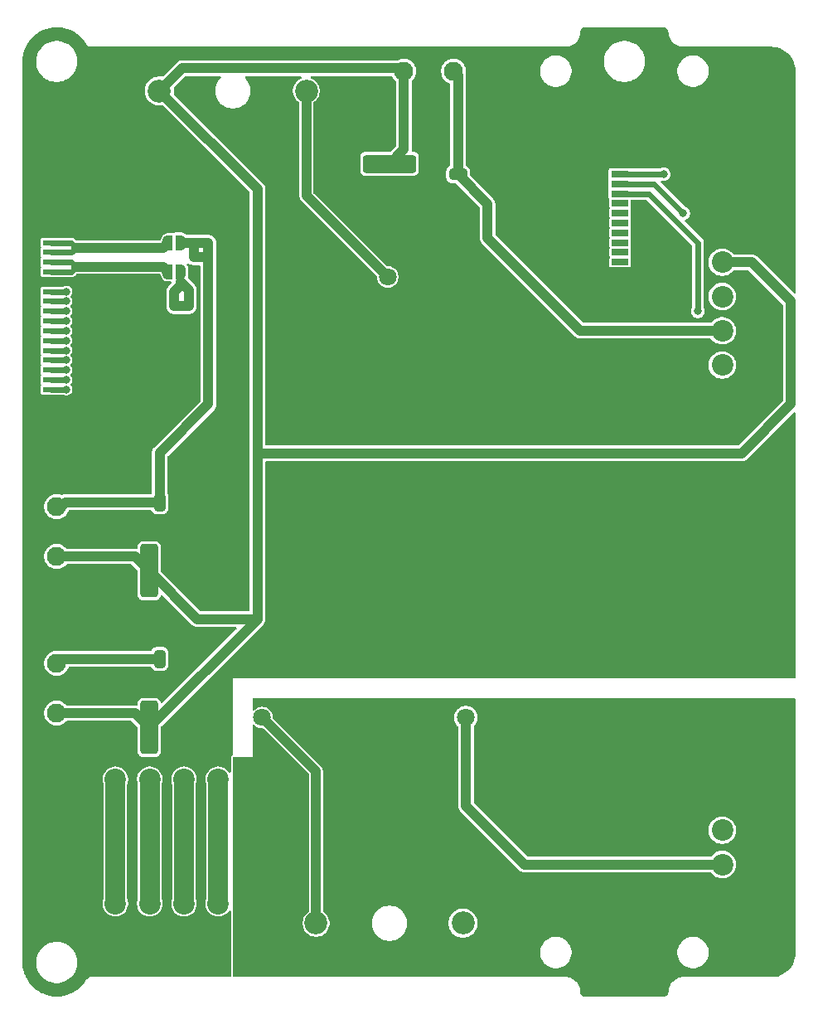
<source format=gbr>
%TF.GenerationSoftware,KiCad,Pcbnew,9.0.6*%
%TF.CreationDate,2025-11-22T20:55:51+03:00*%
%TF.ProjectId,PMPS-20W,504d5053-2d32-4305-972e-6b696361645f,rev?*%
%TF.SameCoordinates,Original*%
%TF.FileFunction,Copper,L1,Top*%
%TF.FilePolarity,Positive*%
%FSLAX46Y46*%
G04 Gerber Fmt 4.6, Leading zero omitted, Abs format (unit mm)*
G04 Created by KiCad (PCBNEW 9.0.6) date 2025-11-22 20:55:51*
%MOMM*%
%LPD*%
G01*
G04 APERTURE LIST*
G04 Aperture macros list*
%AMRoundRect*
0 Rectangle with rounded corners*
0 $1 Rounding radius*
0 $2 $3 $4 $5 $6 $7 $8 $9 X,Y pos of 4 corners*
0 Add a 4 corners polygon primitive as box body*
4,1,4,$2,$3,$4,$5,$6,$7,$8,$9,$2,$3,0*
0 Add four circle primitives for the rounded corners*
1,1,$1+$1,$2,$3*
1,1,$1+$1,$4,$5*
1,1,$1+$1,$6,$7*
1,1,$1+$1,$8,$9*
0 Add four rect primitives between the rounded corners*
20,1,$1+$1,$2,$3,$4,$5,0*
20,1,$1+$1,$4,$5,$6,$7,0*
20,1,$1+$1,$6,$7,$8,$9,0*
20,1,$1+$1,$8,$9,$2,$3,0*%
%AMFreePoly0*
4,1,23,0.500000,-0.750000,0.000000,-0.750000,0.000000,-0.745722,-0.065263,-0.745722,-0.191342,-0.711940,-0.304381,-0.646677,-0.396677,-0.554381,-0.461940,-0.441342,-0.495722,-0.315263,-0.495722,-0.250000,-0.500000,-0.250000,-0.500000,0.250000,-0.495722,0.250000,-0.495722,0.315263,-0.461940,0.441342,-0.396677,0.554381,-0.304381,0.646677,-0.191342,0.711940,-0.065263,0.745722,0.000000,0.745722,
0.000000,0.750000,0.500000,0.750000,0.500000,-0.750000,0.500000,-0.750000,$1*%
%AMFreePoly1*
4,1,23,0.000000,0.745722,0.065263,0.745722,0.191342,0.711940,0.304381,0.646677,0.396677,0.554381,0.461940,0.441342,0.495722,0.315263,0.495722,0.250000,0.500000,0.250000,0.500000,-0.250000,0.495722,-0.250000,0.495722,-0.315263,0.461940,-0.441342,0.396677,-0.554381,0.304381,-0.646677,0.191342,-0.711940,0.065263,-0.745722,0.000000,-0.745722,0.000000,-0.750000,-0.500000,-0.750000,
-0.500000,0.750000,0.000000,0.750000,0.000000,0.745722,0.000000,0.745722,$1*%
G04 Aperture macros list end*
%TA.AperFunction,SMDPad,CuDef*%
%ADD10RoundRect,0.250000X-0.650000X0.325000X-0.650000X-0.325000X0.650000X-0.325000X0.650000X0.325000X0*%
%TD*%
%TA.AperFunction,ComponentPad*%
%ADD11C,1.950000*%
%TD*%
%TA.AperFunction,SMDPad,CuDef*%
%ADD12FreePoly0,0.000000*%
%TD*%
%TA.AperFunction,SMDPad,CuDef*%
%ADD13FreePoly1,0.000000*%
%TD*%
%TA.AperFunction,SMDPad,CuDef*%
%ADD14RoundRect,0.250000X-2.450000X0.650000X-2.450000X-0.650000X2.450000X-0.650000X2.450000X0.650000X0*%
%TD*%
%TA.AperFunction,ComponentPad*%
%ADD15C,1.803400*%
%TD*%
%TA.AperFunction,ComponentPad*%
%ADD16C,2.200000*%
%TD*%
%TA.AperFunction,SMDPad,CuDef*%
%ADD17RoundRect,0.250000X-0.650000X-2.450000X0.650000X-2.450000X0.650000X2.450000X-0.650000X2.450000X0*%
%TD*%
%TA.AperFunction,SMDPad,CuDef*%
%ADD18RoundRect,0.250000X-0.325000X-0.650000X0.325000X-0.650000X0.325000X0.650000X-0.325000X0.650000X0*%
%TD*%
%TA.AperFunction,SMDPad,CuDef*%
%ADD19RoundRect,0.250000X1.450000X-0.537500X1.450000X0.537500X-1.450000X0.537500X-1.450000X-0.537500X0*%
%TD*%
%TA.AperFunction,ComponentPad*%
%ADD20C,2.350000*%
%TD*%
%TA.AperFunction,SMDPad,CuDef*%
%ADD21R,1.803400X0.635000*%
%TD*%
%TA.AperFunction,SMDPad,CuDef*%
%ADD22R,2.997200X2.590800*%
%TD*%
%TA.AperFunction,SMDPad,CuDef*%
%ADD23R,1.800000X0.600000*%
%TD*%
%TA.AperFunction,SMDPad,CuDef*%
%ADD24R,3.000000X2.600000*%
%TD*%
%TA.AperFunction,ComponentPad*%
%ADD25O,6.350000X6.350000*%
%TD*%
%TA.AperFunction,ViaPad*%
%ADD26C,1.000000*%
%TD*%
%TA.AperFunction,ViaPad*%
%ADD27C,0.800000*%
%TD*%
%TA.AperFunction,Conductor*%
%ADD28C,1.000000*%
%TD*%
%TA.AperFunction,Conductor*%
%ADD29C,0.600000*%
%TD*%
%TA.AperFunction,Conductor*%
%ADD30C,2.000000*%
%TD*%
G04 APERTURE END LIST*
D10*
%TO.P,C7,1*%
%TO.N,+5V(2)*%
X5000000Y34475000D03*
%TO.P,C7,2*%
%TO.N,GND_MCU*%
X5000000Y31525000D03*
%TD*%
D11*
%TO.P,J3,1,VIN*%
%TO.N,+24V*%
X-36000000Y-20540000D03*
%TO.P,J3,2,GND*%
%TO.N,GND_MCU*%
X-36000000Y-18000000D03*
%TO.P,J3,3,+VO*%
%TO.N,+3V3*%
X-36000000Y-15460000D03*
%TD*%
D12*
%TO.P,JP3,1,A*%
%TO.N,+3V3-IB-front*%
X-24650000Y24500000D03*
D13*
%TO.P,JP3,2,B*%
%TO.N,+3V3*%
X-23350000Y24500000D03*
%TD*%
D14*
%TO.P,C5,1*%
%TO.N,+24V*%
X-2000000Y35550000D03*
%TO.P,C5,2*%
%TO.N,GND_MCU*%
X-2000000Y30450000D03*
%TD*%
D12*
%TO.P,JP1,1,A*%
%TO.N,+5V-IB-front*%
X-24650000Y27500000D03*
D13*
%TO.P,JP1,2,B*%
%TO.N,+5V*%
X-23350000Y27500000D03*
%TD*%
D15*
%TO.P,U1,1,V-*%
%TO.N,GND_MCU*%
X5799999Y24000012D03*
%TO.P,U1,2,V+*%
%TO.N,Net-(U1-V+)*%
X-2200000Y24000012D03*
%TO.P,U1,3,AC/L*%
%TO.N,Net-(U1-AC{slash}L)*%
X-15000000Y-21000000D03*
%TO.P,U1,4,AC/N*%
%TO.N,N*%
X5799999Y-21000000D03*
%TD*%
D16*
%TO.P,J12,1,Pin_1*%
%TO.N,+24V_EB*%
X-30000000Y-40000000D03*
%TO.P,J12,2,Pin_2*%
%TO.N,GND_EB*%
X-26500000Y-40000000D03*
%TO.P,J12,3,Pin_3*%
%TO.N,/CANL_EB*%
X-23000000Y-40000000D03*
%TO.P,J12,4,Pin_4*%
%TO.N,/CANH_EB*%
X-19500000Y-40000000D03*
%TO.P,J12,5,Pin_5*%
%TO.N,PE*%
X-16000000Y-40000000D03*
%TO.P,J12,6,Pin_6*%
%TO.N,+24V_EB*%
X-30000000Y-27300000D03*
%TO.P,J12,7,Pin_7*%
%TO.N,GND_EB*%
X-26500000Y-27300000D03*
%TO.P,J12,8,Pin_8*%
%TO.N,/CANL_EB*%
X-23000000Y-27300000D03*
%TO.P,J12,9,Pin_9*%
%TO.N,/CANH_EB*%
X-19500000Y-27300000D03*
%TO.P,J12,10,Pin_10*%
%TO.N,PE*%
X-16000000Y-27250000D03*
%TD*%
%TO.P,J10,1,Pin_1*%
%TO.N,PE*%
X32000000Y-39500000D03*
%TO.P,J10,2,Pin_2*%
%TO.N,N*%
X32000000Y-36000000D03*
%TO.P,J10,3,Pin_3*%
%TO.N,230V*%
X32000000Y-32500000D03*
%TD*%
D17*
%TO.P,C3,1*%
%TO.N,+24V*%
X-26550000Y-22000000D03*
%TO.P,C3,2*%
%TO.N,GND_MCU*%
X-21450000Y-22000000D03*
%TD*%
D18*
%TO.P,C4,1*%
%TO.N,+5V*%
X-25475000Y1000000D03*
%TO.P,C4,2*%
%TO.N,GND_MCU*%
X-22525000Y1000000D03*
%TD*%
D19*
%TO.P,C1,1*%
%TO.N,PE*%
X19000000Y-20137500D03*
%TO.P,C1,2*%
%TO.N,GND_MCU*%
X19000000Y-15862500D03*
%TD*%
D20*
%TO.P,U4,1,1*%
%TO.N,230V*%
X5500000Y-42000000D03*
%TO.P,U4,2,2*%
%TO.N,Net-(U1-AC{slash}L)*%
X-9500000Y-42000000D03*
%TD*%
D11*
%TO.P,J2,1,VIN*%
%TO.N,+24V*%
X-540000Y45000000D03*
%TO.P,J2,2,GND*%
%TO.N,GND_MCU*%
X2000000Y45000000D03*
%TO.P,J2,3,+VO*%
%TO.N,+5V(2)*%
X4540000Y45000000D03*
%TD*%
D21*
%TO.P,J11,1,Pin_1*%
%TO.N,GND_MCU*%
X21556000Y35499992D03*
%TO.P,J11,2,Pin_2*%
%TO.N,+24V*%
X21556000Y34499994D03*
%TO.P,J11,3,Pin_3*%
%TO.N,+5V*%
X21556000Y33499996D03*
%TO.P,J11,4,Pin_4*%
%TO.N,+3V3*%
X21556000Y32499998D03*
%TO.P,J11,5,Pin_5*%
%TO.N,unconnected-(J11-Pin_5-Pad5)*%
X21556000Y31500000D03*
%TO.P,J11,6,Pin_6*%
%TO.N,unconnected-(J11-Pin_6-Pad6)*%
X21556000Y30500000D03*
%TO.P,J11,7,Pin_7*%
%TO.N,unconnected-(J11-Pin_7-Pad7)*%
X21556000Y29500000D03*
%TO.P,J11,8,Pin_8*%
%TO.N,unconnected-(J11-Pin_8-Pad8)*%
X21556000Y28500000D03*
%TO.P,J11,9,Pin_9*%
%TO.N,unconnected-(J11-Pin_9-Pad9)*%
X21556000Y27500002D03*
%TO.P,J11,10,Pin_10*%
%TO.N,unconnected-(J11-Pin_10-Pad10)*%
X21556000Y26500004D03*
%TO.P,J11,11,Pin_11*%
%TO.N,unconnected-(J11-Pin_11-Pad11)*%
X21556000Y25500006D03*
%TO.P,J11,12,Pin_11*%
%TO.N,GND_MCU*%
X21556000Y24500008D03*
D22*
%TO.P,J11,13,Pin_11*%
X19385999Y37850003D03*
X19385999Y22149997D03*
%TD*%
D23*
%TO.P,JM1,1,Pin_1*%
%TO.N,GND_MCU*%
X-36546000Y10500000D03*
%TO.P,JM1,2,Pin_2*%
X-36546000Y11500000D03*
%TO.P,JM1,3,Pin_3*%
%TO.N,/SCL_IB*%
X-36546000Y12500000D03*
%TO.P,JM1,4,Pin_4*%
%TO.N,/SDA_IB*%
X-36546000Y13500000D03*
%TO.P,JM1,5,Pin_5*%
%TO.N,Net-(JM1-Pin_5)*%
X-36546000Y14500000D03*
%TO.P,JM1,6,Pin_6*%
%TO.N,/RST_IB*%
X-36546000Y15500000D03*
%TO.P,JM1,7,Pin_7*%
%TO.N,/CS3_IB*%
X-36546000Y16500000D03*
%TO.P,JM1,8,Pin_8*%
%TO.N,/CS2_IB*%
X-36546000Y17500000D03*
%TO.P,JM1,9,Pin_9*%
%TO.N,/CS1_IB*%
X-36546000Y18500000D03*
%TO.P,JM1,10,Pin_10*%
%TO.N,/CS0_IB*%
X-36546000Y19500000D03*
%TO.P,JM1,11,Pin_11*%
%TO.N,/SCK_IB*%
X-36546000Y20500000D03*
%TO.P,JM1,12,Pin_11*%
%TO.N,/MISO_IB*%
X-36546000Y21500000D03*
%TO.P,JM1,13,Pin_11*%
%TO.N,/MOSI_IB*%
X-36546000Y22500000D03*
%TO.P,JM1,14,Pin_11*%
%TO.N,GND_MCU*%
X-36546000Y23500000D03*
%TO.P,JM1,15,Pin_11*%
%TO.N,+3V3-IB-front*%
X-36546000Y24500000D03*
%TO.P,JM1,16,Pin_11*%
X-36546000Y25500000D03*
%TO.P,JM1,17,Pin_11*%
%TO.N,+5V-IB-front*%
X-36546000Y26500000D03*
%TO.P,JM1,18,Pin_11*%
X-36546000Y27500000D03*
%TO.P,JM1,19,Pin_11*%
%TO.N,GND_MCU*%
X-36546000Y28500000D03*
%TO.P,JM1,20,Pin_11*%
X-36546000Y29500000D03*
D24*
%TO.P,JM1,MP1,Pin_11*%
X-34375000Y8150000D03*
%TO.P,JM1,MP2,Pin_11*%
X-34375000Y31850000D03*
%TD*%
D18*
%TO.P,C6,1*%
%TO.N,+3V3*%
X-25475000Y-15000000D03*
%TO.P,C6,2*%
%TO.N,GND_MCU*%
X-22525000Y-15000000D03*
%TD*%
D20*
%TO.P,U2,1,1*%
%TO.N,Net-(U1-V+)*%
X-10500000Y43000000D03*
%TO.P,U2,2,2*%
%TO.N,+24V*%
X-25500000Y43000000D03*
%TD*%
D25*
%TO.P,PE1,1*%
%TO.N,PE*%
X22000000Y-46000000D03*
%TD*%
D17*
%TO.P,C2,1*%
%TO.N,+24V*%
X-26550000Y-6000000D03*
%TO.P,C2,2*%
%TO.N,GND_MCU*%
X-21450000Y-6000000D03*
%TD*%
D11*
%TO.P,J4,1,VIN*%
%TO.N,+24V*%
X-36000000Y-4540000D03*
%TO.P,J4,2,GND*%
%TO.N,GND_MCU*%
X-36000000Y-2000000D03*
%TO.P,J4,3,+VO*%
%TO.N,+5V*%
X-36000000Y540000D03*
%TD*%
D16*
%TO.P,J6,1,Pin_1*%
%TO.N,GND_MCU*%
X32000000Y11500000D03*
%TO.P,J6,2,Pin_2*%
%TO.N,+3V3*%
X32000000Y15000000D03*
%TO.P,J6,3,Pin_3*%
%TO.N,+5V(2)*%
X32000000Y18500000D03*
%TO.P,J6,4,Pin_4*%
%TO.N,+5V*%
X32000000Y22000000D03*
%TO.P,J6,5,Pin_5*%
%TO.N,+24V*%
X32000000Y25500000D03*
%TD*%
D26*
%TO.N,+5V*%
X-22000000Y26000000D03*
X-22000000Y27500000D03*
D27*
X28000000Y30500000D03*
D26*
X-20500000Y26000000D03*
X-20500000Y27500000D03*
D27*
%TO.N,+24V*%
X26000000Y34499996D03*
D26*
%TO.N,+3V3*%
X-24000000Y22500000D03*
X-22500000Y22500000D03*
X-22500000Y21000000D03*
X-24000000Y21000000D03*
D27*
X29500000Y20500000D03*
%TO.N,/CS0_IB*%
X-35000000Y19500000D03*
%TO.N,/MOSI_IB*%
X-35000000Y22500000D03*
%TO.N,/SCK_IB*%
X-35000000Y20500000D03*
%TO.N,/CS1_IB*%
X-35000000Y18500000D03*
%TO.N,/MISO_IB*%
X-35000000Y21500000D03*
%TO.N,/CS3_IB*%
X-35000000Y16500000D03*
%TO.N,/CS2_IB*%
X-35000000Y17500000D03*
%TO.N,Net-(JM1-Pin_5)*%
X-35000000Y14500000D03*
%TO.N,/RST_IB*%
X-35000000Y15500000D03*
%TO.N,/SCL_IB*%
X-35000000Y12500000D03*
%TO.N,/SDA_IB*%
X-35000000Y13500000D03*
%TD*%
D28*
%TO.N,Net-(U1-V+)*%
X-10500000Y32300012D02*
X-10500000Y43000000D01*
X-2200000Y24000012D02*
X-10500000Y32300012D01*
%TO.N,+5V*%
X-20500000Y26000000D02*
X-20500000Y27500000D01*
D29*
X28000000Y30500000D02*
X27999996Y30500000D01*
X27999996Y30500000D02*
X25000000Y33499996D01*
D28*
X-25475000Y6025000D02*
X-20500000Y11000000D01*
X-20500000Y11000000D02*
X-20500000Y26000000D01*
X-35540000Y540000D02*
X-35080000Y1000000D01*
X-36000000Y540000D02*
X-35540000Y540000D01*
X-35080000Y1000000D02*
X-25475000Y1000000D01*
X-20500000Y26000000D02*
X-22000000Y26000000D01*
X-25475000Y1000000D02*
X-25475000Y6025000D01*
X-22000000Y27500000D02*
X-20500000Y27500000D01*
D29*
X21556000Y33499996D02*
X25000000Y33499996D01*
D28*
X-22000000Y27500000D02*
X-23344000Y27500000D01*
X-22000000Y27500000D02*
X-22000000Y26000000D01*
%TO.N,N*%
X11799999Y-36000000D02*
X32000000Y-36000000D01*
X5799999Y-21000000D02*
X5799999Y-30000000D01*
X5799999Y-30000000D02*
X11799999Y-36000000D01*
%TO.N,+24V*%
X-26550000Y-22000000D02*
X-28010000Y-20540000D01*
X39000000Y11000000D02*
X34000000Y6000000D01*
X-26550000Y-6000000D02*
X-28010000Y-4540000D01*
X35000000Y25500000D02*
X39000000Y21500000D01*
X-28010000Y-4540000D02*
X-36000000Y-4540000D01*
X-2000000Y35550000D02*
X-540000Y37010000D01*
X39000000Y21500000D02*
X39000000Y11000000D01*
D29*
X25999998Y34499994D02*
X21556000Y34499994D01*
D28*
X-540000Y37010000D02*
X-540000Y45000000D01*
X-25500000Y43000000D02*
X-23199000Y45301000D01*
X32000000Y25500000D02*
X35000000Y25500000D01*
X-23199000Y45301000D02*
X-841000Y45301000D01*
X-21600000Y-10950000D02*
X-15500000Y-10950000D01*
X-841000Y45301000D02*
X-540000Y45000000D01*
X-15500000Y33000000D02*
X-15500000Y-10950000D01*
X-28010000Y-20540000D02*
X-36000000Y-20540000D01*
X-26550000Y-6000000D02*
X-21600000Y-10950000D01*
D29*
X26000000Y34499996D02*
X25999998Y34499994D01*
D28*
X34000000Y6000000D02*
X-15500000Y6000000D01*
X-15500000Y-10950000D02*
X-26550000Y-22000000D01*
X-25500000Y43000000D02*
X-15500000Y33000000D01*
%TO.N,+3V3*%
X-35540000Y-15000000D02*
X-25475000Y-15000000D01*
X-24000000Y21000000D02*
X-22500000Y21000000D01*
X-23344000Y23156000D02*
X-24000000Y22500000D01*
D29*
X29500000Y27499996D02*
X24499998Y32499998D01*
D28*
X-22500000Y22500000D02*
X-22500000Y21000000D01*
X-24000000Y21000000D02*
X-24000000Y22500000D01*
X-22500000Y22656000D02*
X-23344000Y23500000D01*
D29*
X24499998Y32499998D02*
X21556000Y32499998D01*
D28*
X-22500000Y22500000D02*
X-22500000Y22656000D01*
X-23344000Y23500000D02*
X-23344000Y23156000D01*
X-36000000Y-15460000D02*
X-35540000Y-15000000D01*
D29*
X29500000Y20500000D02*
X29500000Y27499996D01*
D30*
%TO.N,GND_EB*%
X-26500000Y-27300000D02*
X-26500000Y-39500000D01*
%TO.N,/CANH_EB*%
X-19500000Y-27300000D02*
X-19500000Y-39500000D01*
%TO.N,+24V_EB*%
X-30000000Y-27300000D02*
X-30000000Y-39500000D01*
%TO.N,/CANL_EB*%
X-23000000Y-27300000D02*
X-23000000Y-39500000D01*
D29*
%TO.N,/CS0_IB*%
X-36546000Y19500000D02*
X-35000000Y19500000D01*
%TO.N,+3V3-IB-front*%
X-36546000Y24500000D02*
X-34500000Y24500000D01*
X-36546000Y25500000D02*
X-34500000Y25500000D01*
D28*
X-34000000Y25000000D02*
X-25150000Y25000000D01*
D29*
X-34500000Y25500000D02*
X-34000000Y25000000D01*
X-34500000Y24500000D02*
X-34000000Y25000000D01*
D28*
X-25150000Y25000000D02*
X-24656000Y24506000D01*
X-24656000Y24506000D02*
X-24656000Y24500000D01*
%TO.N,+5V-IB-front*%
X-24656000Y27494000D02*
X-24656000Y27500000D01*
X-34000000Y27000000D02*
X-25150000Y27000000D01*
D29*
X-36546000Y27500000D02*
X-34500000Y27500000D01*
X-34500000Y26500000D02*
X-34000000Y27000000D01*
X-34500000Y27500000D02*
X-34000000Y27000000D01*
D28*
X-25150000Y27000000D02*
X-24656000Y27494000D01*
D29*
X-36546000Y26500000D02*
X-34500000Y26500000D01*
%TO.N,/MOSI_IB*%
X-36546000Y22500000D02*
X-35000000Y22500000D01*
%TO.N,/SCK_IB*%
X-36546000Y20500000D02*
X-35000000Y20500000D01*
%TO.N,/CS1_IB*%
X-36546000Y18500000D02*
X-35000000Y18500000D01*
%TO.N,/MISO_IB*%
X-36546000Y21500000D02*
X-35000000Y21500000D01*
%TO.N,/CS3_IB*%
X-36546000Y16500000D02*
X-35000000Y16500000D01*
%TO.N,/CS2_IB*%
X-36546000Y17500000D02*
X-35000000Y17500000D01*
D28*
%TO.N,Net-(U1-AC{slash}L)*%
X-9500000Y-26500000D02*
X-15000000Y-21000000D01*
X-9500000Y-42000000D02*
X-9500000Y-26500000D01*
%TO.N,+5V(2)*%
X32000000Y18500000D02*
X17500000Y18500000D01*
X8000000Y31475000D02*
X5000000Y34475000D01*
X17500000Y18500000D02*
X8000000Y28000000D01*
X5000000Y44540000D02*
X4540000Y45000000D01*
X8000000Y28000000D02*
X8000000Y31475000D01*
X5000000Y34475000D02*
X5000000Y44540000D01*
D29*
%TO.N,Net-(JM1-Pin_5)*%
X-36546000Y14500000D02*
X-35000000Y14500000D01*
%TO.N,/RST_IB*%
X-36546000Y15500000D02*
X-35000000Y15500000D01*
%TO.N,/SCL_IB*%
X-36546000Y12500000D02*
X-35000000Y12500000D01*
%TO.N,/SDA_IB*%
X-36546000Y13500000D02*
X-35000000Y13500000D01*
%TD*%
%TA.AperFunction,Conductor*%
%TO.N,PE*%
G36*
X39442539Y-19019685D02*
G01*
X39488294Y-19072489D01*
X39499500Y-19124000D01*
X39499500Y-44996249D01*
X39499274Y-45003736D01*
X39481728Y-45293794D01*
X39479923Y-45308659D01*
X39428219Y-45590798D01*
X39424635Y-45605336D01*
X39339306Y-45879167D01*
X39333997Y-45893168D01*
X39216275Y-46154736D01*
X39209316Y-46167995D01*
X39060928Y-46413459D01*
X39052422Y-46425782D01*
X38875526Y-46651573D01*
X38865596Y-46662781D01*
X38662781Y-46865596D01*
X38651573Y-46875526D01*
X38425782Y-47052422D01*
X38413459Y-47060928D01*
X38167995Y-47209316D01*
X38154736Y-47216275D01*
X37893168Y-47333997D01*
X37879167Y-47339306D01*
X37605336Y-47424635D01*
X37590798Y-47428219D01*
X37308659Y-47479923D01*
X37293794Y-47481728D01*
X37003736Y-47499274D01*
X36996249Y-47499500D01*
X27892682Y-47499500D01*
X27680235Y-47530044D01*
X27680225Y-47530047D01*
X27474284Y-47590517D01*
X27279061Y-47679672D01*
X27279048Y-47679679D01*
X27098485Y-47795720D01*
X26936275Y-47936275D01*
X26795720Y-48098485D01*
X26679679Y-48279048D01*
X26679672Y-48279061D01*
X26590517Y-48474284D01*
X26530047Y-48680225D01*
X26530044Y-48680235D01*
X26499500Y-48892682D01*
X26499500Y-48993038D01*
X26498720Y-49006922D01*
X26498720Y-49006923D01*
X26488540Y-49097264D01*
X26482362Y-49124333D01*
X26454648Y-49203537D01*
X26442600Y-49228555D01*
X26397957Y-49299604D01*
X26380644Y-49321313D01*
X26321313Y-49380644D01*
X26299604Y-49397957D01*
X26228555Y-49442600D01*
X26203537Y-49454648D01*
X26124333Y-49482362D01*
X26097264Y-49488540D01*
X26017075Y-49497576D01*
X26006921Y-49498720D01*
X25993038Y-49499500D01*
X18006962Y-49499500D01*
X17993078Y-49498720D01*
X17980553Y-49497308D01*
X17902735Y-49488540D01*
X17875666Y-49482362D01*
X17796462Y-49454648D01*
X17771444Y-49442600D01*
X17700395Y-49397957D01*
X17678686Y-49380644D01*
X17619355Y-49321313D01*
X17602042Y-49299604D01*
X17557399Y-49228555D01*
X17545351Y-49203537D01*
X17517637Y-49124333D01*
X17511459Y-49097263D01*
X17501280Y-49006922D01*
X17500500Y-48993038D01*
X17500500Y-48892683D01*
X17500500Y-48892682D01*
X17469954Y-48680231D01*
X17409484Y-48474290D01*
X17409483Y-48474288D01*
X17409482Y-48474284D01*
X17320327Y-48279061D01*
X17320320Y-48279048D01*
X17249102Y-48168231D01*
X17204281Y-48098487D01*
X17124227Y-48006100D01*
X17063724Y-47936275D01*
X16901514Y-47795720D01*
X16901513Y-47795719D01*
X16836991Y-47754253D01*
X16720951Y-47679679D01*
X16720938Y-47679672D01*
X16525715Y-47590517D01*
X16319774Y-47530047D01*
X16319764Y-47530044D01*
X16128754Y-47502582D01*
X16107318Y-47499500D01*
X16065892Y-47499500D01*
X-17876000Y-47499500D01*
X-17943039Y-47479815D01*
X-17988794Y-47427011D01*
X-18000000Y-47375500D01*
X-18000000Y-44874038D01*
X13399500Y-44874038D01*
X13399500Y-45125961D01*
X13438910Y-45374785D01*
X13516760Y-45614383D01*
X13631132Y-45838848D01*
X13779201Y-46042649D01*
X13779205Y-46042654D01*
X13957345Y-46220794D01*
X13957350Y-46220798D01*
X14135117Y-46349952D01*
X14161155Y-46368870D01*
X14304184Y-46441747D01*
X14385616Y-46483239D01*
X14385618Y-46483239D01*
X14385621Y-46483241D01*
X14625215Y-46561090D01*
X14874038Y-46600500D01*
X14874039Y-46600500D01*
X15125961Y-46600500D01*
X15125962Y-46600500D01*
X15374785Y-46561090D01*
X15614379Y-46483241D01*
X15838845Y-46368870D01*
X16042656Y-46220793D01*
X16220793Y-46042656D01*
X16368870Y-45838845D01*
X16483241Y-45614379D01*
X16561090Y-45374785D01*
X16600500Y-45125962D01*
X16600500Y-44874038D01*
X27399500Y-44874038D01*
X27399500Y-45125961D01*
X27438910Y-45374785D01*
X27516760Y-45614383D01*
X27631132Y-45838848D01*
X27779201Y-46042649D01*
X27779205Y-46042654D01*
X27957345Y-46220794D01*
X27957350Y-46220798D01*
X28135117Y-46349952D01*
X28161155Y-46368870D01*
X28304184Y-46441747D01*
X28385616Y-46483239D01*
X28385618Y-46483239D01*
X28385621Y-46483241D01*
X28625215Y-46561090D01*
X28874038Y-46600500D01*
X28874039Y-46600500D01*
X29125961Y-46600500D01*
X29125962Y-46600500D01*
X29374785Y-46561090D01*
X29614379Y-46483241D01*
X29838845Y-46368870D01*
X30042656Y-46220793D01*
X30220793Y-46042656D01*
X30368870Y-45838845D01*
X30483241Y-45614379D01*
X30561090Y-45374785D01*
X30600500Y-45125962D01*
X30600500Y-44874038D01*
X30561090Y-44625215D01*
X30483241Y-44385621D01*
X30483239Y-44385618D01*
X30483239Y-44385616D01*
X30441747Y-44304184D01*
X30368870Y-44161155D01*
X30349952Y-44135117D01*
X30220798Y-43957350D01*
X30220794Y-43957345D01*
X30042654Y-43779205D01*
X30042649Y-43779201D01*
X29838848Y-43631132D01*
X29838847Y-43631131D01*
X29838845Y-43631130D01*
X29768747Y-43595413D01*
X29614383Y-43516760D01*
X29374785Y-43438910D01*
X29125962Y-43399500D01*
X28874038Y-43399500D01*
X28749626Y-43419205D01*
X28625214Y-43438910D01*
X28385616Y-43516760D01*
X28161151Y-43631132D01*
X27957350Y-43779201D01*
X27957345Y-43779205D01*
X27779205Y-43957345D01*
X27779201Y-43957350D01*
X27631132Y-44161151D01*
X27516760Y-44385616D01*
X27438910Y-44625214D01*
X27399500Y-44874038D01*
X16600500Y-44874038D01*
X16561090Y-44625215D01*
X16483241Y-44385621D01*
X16483239Y-44385618D01*
X16483239Y-44385616D01*
X16441747Y-44304184D01*
X16368870Y-44161155D01*
X16349952Y-44135117D01*
X16220798Y-43957350D01*
X16220794Y-43957345D01*
X16042654Y-43779205D01*
X16042649Y-43779201D01*
X15838848Y-43631132D01*
X15838847Y-43631131D01*
X15838845Y-43631130D01*
X15768747Y-43595413D01*
X15614383Y-43516760D01*
X15374785Y-43438910D01*
X15125962Y-43399500D01*
X14874038Y-43399500D01*
X14749626Y-43419205D01*
X14625214Y-43438910D01*
X14385616Y-43516760D01*
X14161151Y-43631132D01*
X13957350Y-43779201D01*
X13957345Y-43779205D01*
X13779205Y-43957345D01*
X13779201Y-43957350D01*
X13631132Y-44161151D01*
X13516760Y-44385616D01*
X13438910Y-44625214D01*
X13399500Y-44874038D01*
X-18000000Y-44874038D01*
X-18000000Y-25124000D01*
X-17980315Y-25056961D01*
X-17927511Y-25011206D01*
X-17876000Y-25000000D01*
X-16000000Y-25000000D01*
X-16000000Y-21858108D01*
X-15980315Y-21791069D01*
X-15927511Y-21745314D01*
X-15858353Y-21735370D01*
X-15794797Y-21764395D01*
X-15788319Y-21770427D01*
X-15718035Y-21840711D01*
X-15577679Y-21942686D01*
X-15501862Y-21981316D01*
X-15423099Y-22021449D01*
X-15423096Y-22021450D01*
X-15340599Y-22048254D01*
X-15258099Y-22075060D01*
X-15086745Y-22102200D01*
X-15086744Y-22102200D01*
X-14939819Y-22102200D01*
X-14872780Y-22121885D01*
X-14852138Y-22138519D01*
X-10236819Y-26753838D01*
X-10203334Y-26815161D01*
X-10200500Y-26841519D01*
X-10200500Y-40745550D01*
X-10220185Y-40812589D01*
X-10251614Y-40845868D01*
X-10396080Y-40950829D01*
X-10549170Y-41103919D01*
X-10549170Y-41103920D01*
X-10549172Y-41103922D01*
X-10603826Y-41179145D01*
X-10676433Y-41279080D01*
X-10774727Y-41471990D01*
X-10774728Y-41471993D01*
X-10841630Y-41677901D01*
X-10875500Y-41891743D01*
X-10875500Y-41891746D01*
X-10875500Y-42108254D01*
X-10873953Y-42118020D01*
X-10841630Y-42322098D01*
X-10774728Y-42528006D01*
X-10774727Y-42528009D01*
X-10748239Y-42579993D01*
X-10676433Y-42720919D01*
X-10549172Y-42896078D01*
X-10396078Y-43049172D01*
X-10220919Y-43176433D01*
X-10194873Y-43189704D01*
X-10028010Y-43274726D01*
X-10028007Y-43274727D01*
X-9925053Y-43308178D01*
X-9822097Y-43341630D01*
X-9608254Y-43375500D01*
X-9608253Y-43375500D01*
X-9391747Y-43375500D01*
X-9391746Y-43375500D01*
X-9177903Y-43341630D01*
X-8971991Y-43274726D01*
X-8779081Y-43176433D01*
X-8603922Y-43049172D01*
X-8450828Y-42896078D01*
X-8323567Y-42720919D01*
X-8225274Y-42528009D01*
X-8158370Y-42322097D01*
X-8124500Y-42108254D01*
X-8124500Y-41891746D01*
X-8126044Y-41881995D01*
X-3800500Y-41881995D01*
X-3800500Y-42118004D01*
X-3800499Y-42118020D01*
X-3769694Y-42352010D01*
X-3708606Y-42579993D01*
X-3618286Y-42798045D01*
X-3618281Y-42798056D01*
X-3561686Y-42896080D01*
X-3500273Y-43002450D01*
X-3500271Y-43002453D01*
X-3500270Y-43002454D01*
X-3356594Y-43189697D01*
X-3356588Y-43189704D01*
X-3189705Y-43356587D01*
X-3189698Y-43356593D01*
X-3175614Y-43367400D01*
X-3002450Y-43500273D01*
X-2871082Y-43576118D01*
X-2798057Y-43618280D01*
X-2798052Y-43618282D01*
X-2798049Y-43618284D01*
X-2579993Y-43708606D01*
X-2352014Y-43769693D01*
X-2118011Y-43800500D01*
X-2118004Y-43800500D01*
X-1881996Y-43800500D01*
X-1881989Y-43800500D01*
X-1647986Y-43769693D01*
X-1420007Y-43708606D01*
X-1201951Y-43618284D01*
X-997550Y-43500273D01*
X-810301Y-43356592D01*
X-643408Y-43189699D01*
X-499727Y-43002450D01*
X-381716Y-42798049D01*
X-291394Y-42579993D01*
X-230307Y-42352014D01*
X-199500Y-42118011D01*
X-199500Y-41883870D01*
X4024500Y-41883870D01*
X4024500Y-42116129D01*
X4060831Y-42345514D01*
X4132601Y-42566400D01*
X4233832Y-42765074D01*
X4238039Y-42773331D01*
X4374551Y-42961224D01*
X4538776Y-43125449D01*
X4726669Y-43261961D01*
X4751722Y-43274726D01*
X4933599Y-43367398D01*
X4933601Y-43367398D01*
X4933604Y-43367400D01*
X5154486Y-43439169D01*
X5272668Y-43457886D01*
X5383871Y-43475500D01*
X5383876Y-43475500D01*
X5616129Y-43475500D01*
X5717502Y-43459443D01*
X5845514Y-43439169D01*
X6066396Y-43367400D01*
X6273331Y-43261961D01*
X6461224Y-43125449D01*
X6625449Y-42961224D01*
X6761961Y-42773331D01*
X6867400Y-42566396D01*
X6939169Y-42345514D01*
X6975200Y-42118020D01*
X6975500Y-42116129D01*
X6975500Y-41883870D01*
X6956232Y-41762222D01*
X6939169Y-41654486D01*
X6867400Y-41433604D01*
X6867398Y-41433601D01*
X6867398Y-41433599D01*
X6799580Y-41300500D01*
X6761961Y-41226669D01*
X6625449Y-41038776D01*
X6461224Y-40874551D01*
X6273331Y-40738039D01*
X6066400Y-40632601D01*
X5845514Y-40560831D01*
X5616129Y-40524500D01*
X5616124Y-40524500D01*
X5383876Y-40524500D01*
X5383871Y-40524500D01*
X5154485Y-40560831D01*
X4933599Y-40632601D01*
X4726668Y-40738039D01*
X4538773Y-40874553D01*
X4374553Y-41038773D01*
X4238039Y-41226668D01*
X4132601Y-41433599D01*
X4060831Y-41654485D01*
X4024500Y-41883870D01*
X-199500Y-41883870D01*
X-199500Y-41881989D01*
X-230307Y-41647986D01*
X-291394Y-41420007D01*
X-381716Y-41201951D01*
X-381718Y-41201948D01*
X-381720Y-41201943D01*
X-438315Y-41103919D01*
X-499727Y-40997550D01*
X-615080Y-40847219D01*
X-643407Y-40810302D01*
X-643413Y-40810295D01*
X-810296Y-40643412D01*
X-810303Y-40643406D01*
X-997546Y-40499730D01*
X-997547Y-40499729D01*
X-997550Y-40499727D01*
X-1079043Y-40452677D01*
X-1201944Y-40381719D01*
X-1201955Y-40381714D01*
X-1420007Y-40291394D01*
X-1647990Y-40230306D01*
X-1881980Y-40199501D01*
X-1881983Y-40199500D01*
X-1881989Y-40199500D01*
X-2118011Y-40199500D01*
X-2118017Y-40199500D01*
X-2118021Y-40199501D01*
X-2352011Y-40230306D01*
X-2579994Y-40291394D01*
X-2798046Y-40381714D01*
X-2798057Y-40381719D01*
X-3002455Y-40499730D01*
X-3189698Y-40643406D01*
X-3189705Y-40643412D01*
X-3356588Y-40810295D01*
X-3356594Y-40810302D01*
X-3500270Y-40997545D01*
X-3618281Y-41201943D01*
X-3618286Y-41201954D01*
X-3708606Y-41420006D01*
X-3769694Y-41647989D01*
X-3800499Y-41881979D01*
X-3800500Y-41881995D01*
X-8126044Y-41881995D01*
X-8158370Y-41677903D01*
X-8225274Y-41471991D01*
X-8225274Y-41471990D01*
X-8275358Y-41373697D01*
X-8323567Y-41279081D01*
X-8450828Y-41103922D01*
X-8603922Y-40950828D01*
X-8748386Y-40845868D01*
X-8791051Y-40790537D01*
X-8799500Y-40745550D01*
X-8799500Y-26431004D01*
X-8826419Y-26295677D01*
X-8826420Y-26295676D01*
X-8826420Y-26295672D01*
X-8879225Y-26168189D01*
X-8905370Y-26129060D01*
X-8955886Y-26053457D01*
X-8955888Y-26053454D01*
X-13861481Y-21147861D01*
X-13876073Y-21121139D01*
X-13892641Y-21095577D01*
X-13893592Y-21089055D01*
X-13894966Y-21086538D01*
X-13897799Y-21060661D01*
X-13897800Y-21060403D01*
X-13897800Y-20913255D01*
X-13899046Y-20905385D01*
X4597799Y-20905385D01*
X4597799Y-21094615D01*
X4599943Y-21108152D01*
X4627402Y-21281517D01*
X4627402Y-21281520D01*
X4685875Y-21461481D01*
X4685877Y-21461484D01*
X4771786Y-21630090D01*
X4883013Y-21783180D01*
X4883015Y-21783182D01*
X4963180Y-21863347D01*
X4996665Y-21924670D01*
X4999499Y-21951028D01*
X4999499Y-30078846D01*
X5030260Y-30233489D01*
X5030263Y-30233501D01*
X5090601Y-30379172D01*
X5090608Y-30379185D01*
X5178209Y-30510288D01*
X5178212Y-30510292D01*
X11178210Y-36510289D01*
X11289710Y-36621789D01*
X11420820Y-36709394D01*
X11523832Y-36752062D01*
X11566501Y-36769737D01*
X11721151Y-36800499D01*
X11721154Y-36800500D01*
X11721156Y-36800500D01*
X11721157Y-36800500D01*
X30787302Y-36800500D01*
X30854341Y-36820185D01*
X30887620Y-36851615D01*
X30931752Y-36912359D01*
X31087636Y-37068243D01*
X31087641Y-37068247D01*
X31243192Y-37181260D01*
X31265978Y-37197815D01*
X31394375Y-37263237D01*
X31462393Y-37297895D01*
X31462396Y-37297896D01*
X31567221Y-37331955D01*
X31672049Y-37366015D01*
X31889778Y-37400500D01*
X31889779Y-37400500D01*
X32110221Y-37400500D01*
X32110222Y-37400500D01*
X32327951Y-37366015D01*
X32537606Y-37297895D01*
X32734022Y-37197815D01*
X32912365Y-37068242D01*
X33068242Y-36912365D01*
X33197815Y-36734022D01*
X33297895Y-36537606D01*
X33366015Y-36327951D01*
X33400500Y-36110222D01*
X33400500Y-35889778D01*
X33366015Y-35672049D01*
X33297895Y-35462394D01*
X33297895Y-35462393D01*
X33263237Y-35394375D01*
X33197815Y-35265978D01*
X33143378Y-35191051D01*
X33068247Y-35087641D01*
X33068243Y-35087636D01*
X32912363Y-34931756D01*
X32912358Y-34931752D01*
X32734025Y-34802187D01*
X32734024Y-34802186D01*
X32734022Y-34802185D01*
X32671096Y-34770122D01*
X32537606Y-34702104D01*
X32537603Y-34702103D01*
X32327952Y-34633985D01*
X32219086Y-34616742D01*
X32110222Y-34599500D01*
X31889778Y-34599500D01*
X31817201Y-34610995D01*
X31672047Y-34633985D01*
X31462396Y-34702103D01*
X31462393Y-34702104D01*
X31265974Y-34802187D01*
X31087641Y-34931752D01*
X31087636Y-34931756D01*
X30931752Y-35087640D01*
X30887620Y-35148385D01*
X30832291Y-35191051D01*
X30787302Y-35199500D01*
X12182939Y-35199500D01*
X12115900Y-35179815D01*
X12095258Y-35163181D01*
X9321855Y-32389778D01*
X30599500Y-32389778D01*
X30599500Y-32610221D01*
X30633985Y-32827952D01*
X30702103Y-33037603D01*
X30702104Y-33037606D01*
X30802187Y-33234025D01*
X30931752Y-33412358D01*
X30931756Y-33412363D01*
X31087636Y-33568243D01*
X31087641Y-33568247D01*
X31243192Y-33681260D01*
X31265978Y-33697815D01*
X31394375Y-33763237D01*
X31462393Y-33797895D01*
X31462396Y-33797896D01*
X31567221Y-33831955D01*
X31672049Y-33866015D01*
X31889778Y-33900500D01*
X31889779Y-33900500D01*
X32110221Y-33900500D01*
X32110222Y-33900500D01*
X32327951Y-33866015D01*
X32537606Y-33797895D01*
X32734022Y-33697815D01*
X32912365Y-33568242D01*
X33068242Y-33412365D01*
X33197815Y-33234022D01*
X33297895Y-33037606D01*
X33366015Y-32827951D01*
X33400500Y-32610222D01*
X33400500Y-32389778D01*
X33366015Y-32172049D01*
X33297895Y-31962394D01*
X33297895Y-31962393D01*
X33263237Y-31894375D01*
X33197815Y-31765978D01*
X33181260Y-31743192D01*
X33068247Y-31587641D01*
X33068243Y-31587636D01*
X32912363Y-31431756D01*
X32912358Y-31431752D01*
X32734025Y-31302187D01*
X32734024Y-31302186D01*
X32734022Y-31302185D01*
X32671096Y-31270122D01*
X32537606Y-31202104D01*
X32537603Y-31202103D01*
X32327952Y-31133985D01*
X32219086Y-31116742D01*
X32110222Y-31099500D01*
X31889778Y-31099500D01*
X31817201Y-31110995D01*
X31672047Y-31133985D01*
X31462396Y-31202103D01*
X31462393Y-31202104D01*
X31265974Y-31302187D01*
X31087641Y-31431752D01*
X31087636Y-31431756D01*
X30931756Y-31587636D01*
X30931752Y-31587641D01*
X30802187Y-31765974D01*
X30702104Y-31962393D01*
X30702103Y-31962396D01*
X30633985Y-32172047D01*
X30599500Y-32389778D01*
X9321855Y-32389778D01*
X6636818Y-29704741D01*
X6603333Y-29643418D01*
X6600499Y-29617060D01*
X6600499Y-21951028D01*
X6620184Y-21883989D01*
X6636818Y-21863347D01*
X6659457Y-21840708D01*
X6716985Y-21783180D01*
X6828212Y-21630090D01*
X6914121Y-21461484D01*
X6972596Y-21281516D01*
X7002199Y-21094615D01*
X7002199Y-20905385D01*
X6972596Y-20718484D01*
X6972595Y-20718480D01*
X6972595Y-20718479D01*
X6914122Y-20538518D01*
X6914121Y-20538516D01*
X6828212Y-20369910D01*
X6716985Y-20216820D01*
X6583179Y-20083014D01*
X6430089Y-19971787D01*
X6338147Y-19924940D01*
X6261480Y-19885876D01*
X6081517Y-19827403D01*
X5956914Y-19807667D01*
X5894614Y-19797800D01*
X5705384Y-19797800D01*
X5643083Y-19807667D01*
X5518481Y-19827403D01*
X5518478Y-19827403D01*
X5338517Y-19885876D01*
X5169908Y-19971787D01*
X5082564Y-20035246D01*
X5016819Y-20083014D01*
X5016817Y-20083016D01*
X5016816Y-20083016D01*
X4883015Y-20216817D01*
X4883015Y-20216818D01*
X4883013Y-20216820D01*
X4853040Y-20258074D01*
X4771786Y-20369909D01*
X4685875Y-20538518D01*
X4627402Y-20718479D01*
X4627402Y-20718482D01*
X4627402Y-20718484D01*
X4597799Y-20905385D01*
X-13899046Y-20905385D01*
X-13924940Y-20741901D01*
X-13978551Y-20576902D01*
X-13978551Y-20576901D01*
X-14057315Y-20422320D01*
X-14159289Y-20281965D01*
X-14281965Y-20159289D01*
X-14422321Y-20057314D01*
X-14576902Y-19978550D01*
X-14576905Y-19978549D01*
X-14741900Y-19924940D01*
X-14827578Y-19911370D01*
X-14913255Y-19897800D01*
X-15086745Y-19897800D01*
X-15143863Y-19906846D01*
X-15258101Y-19924940D01*
X-15423096Y-19978549D01*
X-15423099Y-19978550D01*
X-15577680Y-20057314D01*
X-15613052Y-20083014D01*
X-15718035Y-20159289D01*
X-15718037Y-20159291D01*
X-15718038Y-20159291D01*
X-15788319Y-20229573D01*
X-15849642Y-20263058D01*
X-15919334Y-20258074D01*
X-15975267Y-20216202D01*
X-15999684Y-20150738D01*
X-16000000Y-20141892D01*
X-16000000Y-19124000D01*
X-15980315Y-19056961D01*
X-15927511Y-19011206D01*
X-15876000Y-19000000D01*
X39375500Y-19000000D01*
X39442539Y-19019685D01*
G37*
%TD.AperFunction*%
%TD*%
%TA.AperFunction,Conductor*%
%TO.N,GND_MCU*%
G36*
X26006922Y49498720D02*
G01*
X26097266Y49488541D01*
X26124331Y49482364D01*
X26203540Y49454648D01*
X26228553Y49442602D01*
X26299606Y49397957D01*
X26321313Y49380645D01*
X26380644Y49321314D01*
X26397957Y49299605D01*
X26442600Y49228556D01*
X26454648Y49203538D01*
X26482362Y49124334D01*
X26488540Y49097265D01*
X26498720Y49006924D01*
X26499500Y48993039D01*
X26499500Y48892683D01*
X26530044Y48680236D01*
X26530047Y48680226D01*
X26590517Y48474285D01*
X26679672Y48279062D01*
X26679679Y48279049D01*
X26750898Y48168231D01*
X26794425Y48100500D01*
X26795720Y48098486D01*
X26936275Y47936276D01*
X27060277Y47828828D01*
X27098487Y47795719D01*
X27174388Y47746941D01*
X27279048Y47679680D01*
X27279061Y47679673D01*
X27474284Y47590518D01*
X27474288Y47590517D01*
X27474290Y47590516D01*
X27680231Y47530046D01*
X27680232Y47530046D01*
X27680235Y47530045D01*
X27743584Y47520938D01*
X27892682Y47499500D01*
X27934108Y47499500D01*
X36934108Y47499500D01*
X36996249Y47499500D01*
X37003736Y47499274D01*
X37293796Y47481729D01*
X37308659Y47479924D01*
X37590798Y47428220D01*
X37605335Y47424637D01*
X37879172Y47339305D01*
X37893163Y47334000D01*
X38154743Y47216273D01*
X38167989Y47209320D01*
X38413465Y47060925D01*
X38425776Y47052427D01*
X38580730Y46931029D01*
X38651573Y46875527D01*
X38662781Y46865597D01*
X38865596Y46662782D01*
X38875526Y46651574D01*
X39007406Y46483241D01*
X39052422Y46425783D01*
X39060926Y46413463D01*
X39177398Y46220795D01*
X39209316Y46167996D01*
X39216275Y46154737D01*
X39333997Y45893169D01*
X39339306Y45879168D01*
X39424635Y45605337D01*
X39428219Y45590799D01*
X39479923Y45308660D01*
X39481728Y45293795D01*
X39499274Y45003737D01*
X39499500Y44996250D01*
X39499500Y22431941D01*
X39479815Y22364902D01*
X39427011Y22319147D01*
X39357853Y22309203D01*
X39294297Y22338228D01*
X39287819Y22344260D01*
X35510292Y26121787D01*
X35510288Y26121790D01*
X35379185Y26209391D01*
X35379172Y26209398D01*
X35233501Y26269736D01*
X35233489Y26269739D01*
X35078845Y26300500D01*
X35078842Y26300500D01*
X33212698Y26300500D01*
X33145659Y26320185D01*
X33112380Y26351615D01*
X33068247Y26412360D01*
X32912363Y26568244D01*
X32912358Y26568248D01*
X32734025Y26697813D01*
X32734024Y26697814D01*
X32734022Y26697815D01*
X32671096Y26729878D01*
X32537606Y26797896D01*
X32537603Y26797897D01*
X32327952Y26866015D01*
X32219086Y26883258D01*
X32110222Y26900500D01*
X31889778Y26900500D01*
X31817201Y26889005D01*
X31672047Y26866015D01*
X31462396Y26797897D01*
X31462393Y26797896D01*
X31265974Y26697813D01*
X31087641Y26568248D01*
X31087636Y26568244D01*
X30931756Y26412364D01*
X30931752Y26412359D01*
X30802187Y26234026D01*
X30702104Y26037607D01*
X30702103Y26037604D01*
X30633985Y25827953D01*
X30616916Y25720185D01*
X30599500Y25610222D01*
X30599500Y25389778D01*
X30601332Y25378211D01*
X30633985Y25172048D01*
X30702103Y24962397D01*
X30702104Y24962394D01*
X30802187Y24765975D01*
X30931752Y24587642D01*
X30931756Y24587637D01*
X31087636Y24431757D01*
X31087641Y24431753D01*
X31243192Y24318740D01*
X31265978Y24302185D01*
X31369848Y24249260D01*
X31462393Y24202105D01*
X31462396Y24202104D01*
X31529664Y24180248D01*
X31672049Y24133985D01*
X31889778Y24099500D01*
X31889779Y24099500D01*
X32110221Y24099500D01*
X32110222Y24099500D01*
X32327951Y24133985D01*
X32537606Y24202105D01*
X32734022Y24302185D01*
X32912365Y24431758D01*
X33068242Y24587635D01*
X33068244Y24587639D01*
X33068247Y24587641D01*
X33112380Y24648385D01*
X33167709Y24691051D01*
X33212698Y24699500D01*
X34617060Y24699500D01*
X34684099Y24679815D01*
X34704741Y24663181D01*
X38163181Y21204741D01*
X38196666Y21143418D01*
X38199500Y21117060D01*
X38199500Y11382940D01*
X38179815Y11315901D01*
X38163181Y11295259D01*
X33704741Y6836819D01*
X33643418Y6803334D01*
X33617060Y6800500D01*
X-14575500Y6800500D01*
X-14642539Y6820185D01*
X-14688294Y6872989D01*
X-14699500Y6924500D01*
X-14699500Y15110222D01*
X30599500Y15110222D01*
X30599500Y14889779D01*
X30633985Y14672048D01*
X30702103Y14462397D01*
X30702104Y14462394D01*
X30770122Y14328904D01*
X30801044Y14268217D01*
X30802187Y14265975D01*
X30931752Y14087642D01*
X30931756Y14087637D01*
X31087636Y13931757D01*
X31087641Y13931753D01*
X31241798Y13819753D01*
X31265978Y13802185D01*
X31394375Y13736763D01*
X31462393Y13702105D01*
X31462396Y13702104D01*
X31567221Y13668045D01*
X31672049Y13633985D01*
X31889778Y13599500D01*
X31889779Y13599500D01*
X32110221Y13599500D01*
X32110222Y13599500D01*
X32327951Y13633985D01*
X32537606Y13702105D01*
X32734022Y13802185D01*
X32912365Y13931758D01*
X33068242Y14087635D01*
X33197815Y14265978D01*
X33297895Y14462394D01*
X33366015Y14672049D01*
X33400500Y14889778D01*
X33400500Y15110222D01*
X33366015Y15327951D01*
X33297895Y15537606D01*
X33297895Y15537607D01*
X33263237Y15605625D01*
X33197815Y15734022D01*
X33099955Y15868716D01*
X33068247Y15912359D01*
X33068243Y15912364D01*
X32912363Y16068244D01*
X32912358Y16068248D01*
X32734025Y16197813D01*
X32734024Y16197814D01*
X32734022Y16197815D01*
X32671096Y16229878D01*
X32537606Y16297896D01*
X32537603Y16297897D01*
X32327952Y16366015D01*
X32219086Y16383258D01*
X32110222Y16400500D01*
X31889778Y16400500D01*
X31817201Y16389005D01*
X31672047Y16366015D01*
X31462396Y16297897D01*
X31462393Y16297896D01*
X31265974Y16197813D01*
X31087641Y16068248D01*
X31087636Y16068244D01*
X30931756Y15912364D01*
X30931752Y15912359D01*
X30802187Y15734026D01*
X30702104Y15537607D01*
X30702103Y15537604D01*
X30633985Y15327953D01*
X30599500Y15110222D01*
X-14699500Y15110222D01*
X-14699500Y33078842D01*
X-14707288Y33117998D01*
X-14707288Y33117999D01*
X-14730261Y33233490D01*
X-14730262Y33233497D01*
X-14790606Y33379179D01*
X-14790608Y33379182D01*
X-14790610Y33379186D01*
X-14878211Y33510289D01*
X-14878214Y33510293D01*
X-24010903Y42642981D01*
X-24044388Y42704304D01*
X-24045695Y42750057D01*
X-24024800Y42881980D01*
X-24024500Y42883872D01*
X-24024500Y43116129D01*
X-24042866Y43232083D01*
X-24045695Y43249944D01*
X-24036741Y43319235D01*
X-24010906Y43357018D01*
X-22903741Y44464181D01*
X-22842418Y44497666D01*
X-22816060Y44500500D01*
X-19345154Y44500500D01*
X-19278115Y44480815D01*
X-19232360Y44428011D01*
X-19222416Y44358853D01*
X-19251441Y44295297D01*
X-19257473Y44288819D01*
X-19356588Y44189705D01*
X-19356594Y44189698D01*
X-19500270Y44002455D01*
X-19618281Y43798057D01*
X-19618286Y43798046D01*
X-19708606Y43579994D01*
X-19769694Y43352011D01*
X-19800499Y43118021D01*
X-19800500Y43118005D01*
X-19800500Y42881996D01*
X-19800499Y42881980D01*
X-19769694Y42647990D01*
X-19708606Y42420007D01*
X-19618286Y42201955D01*
X-19618281Y42201944D01*
X-19561686Y42103920D01*
X-19500273Y41997550D01*
X-19500271Y41997547D01*
X-19500270Y41997546D01*
X-19356594Y41810303D01*
X-19356588Y41810296D01*
X-19189705Y41643413D01*
X-19189698Y41643407D01*
X-19175614Y41632600D01*
X-19002450Y41499727D01*
X-18871082Y41423882D01*
X-18798057Y41381720D01*
X-18798052Y41381718D01*
X-18798049Y41381716D01*
X-18579993Y41291394D01*
X-18352014Y41230307D01*
X-18118011Y41199500D01*
X-18118004Y41199500D01*
X-17881996Y41199500D01*
X-17881989Y41199500D01*
X-17647986Y41230307D01*
X-17420007Y41291394D01*
X-17201951Y41381716D01*
X-16997550Y41499727D01*
X-16810301Y41643408D01*
X-16643408Y41810301D01*
X-16499727Y41997550D01*
X-16381716Y42201951D01*
X-16291394Y42420007D01*
X-16230307Y42647986D01*
X-16199500Y42881989D01*
X-16199500Y43118011D01*
X-16230307Y43352014D01*
X-16291394Y43579993D01*
X-16381716Y43798049D01*
X-16381718Y43798052D01*
X-16381720Y43798057D01*
X-16440289Y43899500D01*
X-16499727Y44002450D01*
X-16627576Y44169066D01*
X-16643407Y44189698D01*
X-16643413Y44189705D01*
X-16742527Y44288819D01*
X-16776012Y44350142D01*
X-16771028Y44419834D01*
X-16729156Y44475767D01*
X-16663692Y44500184D01*
X-16654846Y44500500D01*
X-11101400Y44500500D01*
X-11034361Y44480815D01*
X-10988606Y44428011D01*
X-10978662Y44358853D01*
X-11007687Y44295297D01*
X-11045105Y44266016D01*
X-11077017Y44249755D01*
X-11220920Y44176433D01*
X-11309500Y44112075D01*
X-11396078Y44049172D01*
X-11396080Y44049170D01*
X-11396081Y44049170D01*
X-11549170Y43896081D01*
X-11549170Y43896080D01*
X-11549172Y43896078D01*
X-11603826Y43820855D01*
X-11676433Y43720920D01*
X-11774727Y43528010D01*
X-11774728Y43528007D01*
X-11841630Y43322099D01*
X-11875500Y43108254D01*
X-11875500Y42891746D01*
X-11873953Y42881980D01*
X-11841630Y42677902D01*
X-11774728Y42471994D01*
X-11774727Y42471991D01*
X-11748239Y42420007D01*
X-11676433Y42279081D01*
X-11549172Y42103922D01*
X-11396078Y41950828D01*
X-11251613Y41845868D01*
X-11208949Y41790539D01*
X-11200500Y41745551D01*
X-11200500Y32369006D01*
X-11200500Y32231018D01*
X-11200500Y32231016D01*
X-11200501Y32231016D01*
X-11173582Y32095690D01*
X-11173579Y32095680D01*
X-11120778Y31968205D01*
X-11044113Y31853467D01*
X-11044112Y31853466D01*
X-3338519Y24147874D01*
X-3305034Y24086551D01*
X-3302200Y24060193D01*
X-3302200Y23913268D01*
X-3275060Y23741912D01*
X-3221451Y23576917D01*
X-3221450Y23576914D01*
X-3142686Y23422333D01*
X-3040711Y23281977D01*
X-2918035Y23159301D01*
X-2777679Y23057326D01*
X-2734213Y23035179D01*
X-2623099Y22978563D01*
X-2623096Y22978562D01*
X-2540599Y22951758D01*
X-2458099Y22924952D01*
X-2286745Y22897812D01*
X-2286744Y22897812D01*
X-2113256Y22897812D01*
X-2113255Y22897812D01*
X-1941901Y22924952D01*
X-1776902Y22978563D01*
X-1622321Y23057326D01*
X-1481965Y23159301D01*
X-1359289Y23281977D01*
X-1257314Y23422333D01*
X-1178551Y23576914D01*
X-1124940Y23741913D01*
X-1097800Y23913267D01*
X-1097800Y24086757D01*
X-1124940Y24258111D01*
X-1178551Y24423110D01*
X-1178551Y24423111D01*
X-1257315Y24577692D01*
X-1264539Y24587635D01*
X-1359289Y24718047D01*
X-1481965Y24840723D01*
X-1622321Y24942698D01*
X-1625960Y24944552D01*
X-1776902Y25021462D01*
X-1776905Y25021463D01*
X-1941900Y25075072D01*
X-2027578Y25088642D01*
X-2113255Y25102212D01*
X-2260181Y25102212D01*
X-2327220Y25121897D01*
X-2347862Y25138531D01*
X-9763181Y32553850D01*
X-9796666Y32615173D01*
X-9799500Y32641531D01*
X-9799500Y41745551D01*
X-9779815Y41812590D01*
X-9748389Y41845867D01*
X-9603922Y41950828D01*
X-9450828Y42103922D01*
X-9323567Y42279081D01*
X-9225274Y42471991D01*
X-9158370Y42677903D01*
X-9124500Y42891746D01*
X-9124500Y43108254D01*
X-9158370Y43322097D01*
X-9218512Y43507197D01*
X-9225273Y43528007D01*
X-9225274Y43528010D01*
X-9277819Y43631133D01*
X-9323567Y43720919D01*
X-9450828Y43896078D01*
X-9603922Y44049172D01*
X-9779081Y44176433D01*
X-9954896Y44266016D01*
X-10005691Y44313990D01*
X-10022486Y44381811D01*
X-9999949Y44447946D01*
X-9945233Y44491397D01*
X-9898600Y44500500D01*
X-1793006Y44500500D01*
X-1725967Y44480815D01*
X-1682523Y44432797D01*
X-1630905Y44331492D01*
X-1512897Y44169068D01*
X-1512895Y44169066D01*
X-1376819Y44032990D01*
X-1343334Y43971667D01*
X-1340500Y43945309D01*
X-1340500Y37392940D01*
X-1360185Y37325901D01*
X-1376819Y37305259D01*
X-1895259Y36786819D01*
X-1956582Y36753334D01*
X-1982940Y36750500D01*
X-4493102Y36750500D01*
X-4532147Y36745812D01*
X-4581562Y36739878D01*
X-4722344Y36684361D01*
X-4842923Y36592923D01*
X-4934361Y36472344D01*
X-4989878Y36331562D01*
X-4995812Y36282147D01*
X-5000500Y36243102D01*
X-5000500Y34856898D01*
X-4997487Y34831807D01*
X-4989878Y34768439D01*
X-4934361Y34627657D01*
X-4842923Y34507078D01*
X-4722344Y34415640D01*
X-4722343Y34415640D01*
X-4722342Y34415639D01*
X-4581564Y34360123D01*
X-4493102Y34349500D01*
X-4493097Y34349500D01*
X493097Y34349500D01*
X493102Y34349500D01*
X581564Y34360123D01*
X722342Y34415639D01*
X842922Y34507078D01*
X934361Y34627658D01*
X989877Y34768436D01*
X1000500Y34856898D01*
X1000500Y36243102D01*
X989877Y36331564D01*
X934361Y36472342D01*
X934360Y36472343D01*
X934360Y36472344D01*
X842922Y36592923D01*
X722343Y36684361D01*
X581561Y36739878D01*
X535926Y36745358D01*
X493102Y36750500D01*
X493097Y36750500D01*
X375660Y36750500D01*
X308621Y36770185D01*
X262866Y36822989D01*
X252922Y36892147D01*
X254042Y36898690D01*
X260500Y36931159D01*
X260500Y43945309D01*
X280185Y44012348D01*
X296819Y44032990D01*
X313001Y44049172D01*
X432897Y44169068D01*
X550905Y44331492D01*
X642052Y44510378D01*
X704093Y44701320D01*
X735500Y44899616D01*
X735500Y45100384D01*
X3264500Y45100384D01*
X3264500Y44899617D01*
X3295907Y44701320D01*
X3357949Y44510374D01*
X3411320Y44405629D01*
X3449095Y44331492D01*
X3567103Y44169068D01*
X3709068Y44027103D01*
X3871492Y43909095D01*
X4050378Y43817948D01*
X4113818Y43797336D01*
X4171492Y43757900D01*
X4198691Y43693542D01*
X4199500Y43679405D01*
X4199500Y35416804D01*
X4179815Y35349765D01*
X4127011Y35304010D01*
X4120990Y35301450D01*
X4077660Y35284363D01*
X4077658Y35284362D01*
X3957077Y35192923D01*
X3865639Y35072344D01*
X3810122Y34931562D01*
X3804830Y34887488D01*
X3799500Y34843102D01*
X3799500Y34106898D01*
X3805126Y34060046D01*
X3810122Y34018439D01*
X3865639Y33877657D01*
X3957077Y33757078D01*
X4077656Y33665640D01*
X4077657Y33665640D01*
X4077658Y33665639D01*
X4218436Y33610123D01*
X4306898Y33599500D01*
X4692060Y33599500D01*
X4759099Y33579815D01*
X4779741Y33563181D01*
X7163181Y31179741D01*
X7196666Y31118418D01*
X7199500Y31092060D01*
X7199500Y27921154D01*
X7230261Y27766511D01*
X7230264Y27766499D01*
X7290602Y27620828D01*
X7290609Y27620815D01*
X7378210Y27489712D01*
X7378213Y27489708D01*
X16989707Y17878214D01*
X16989711Y17878211D01*
X17120814Y17790610D01*
X17120827Y17790603D01*
X17262814Y17731791D01*
X17266503Y17730263D01*
X17421153Y17699501D01*
X17421156Y17699500D01*
X17421158Y17699500D01*
X17578843Y17699500D01*
X30787302Y17699500D01*
X30854341Y17679815D01*
X30887620Y17648385D01*
X30931752Y17587641D01*
X31087636Y17431757D01*
X31087641Y17431753D01*
X31243192Y17318740D01*
X31265978Y17302185D01*
X31394375Y17236763D01*
X31462393Y17202105D01*
X31462396Y17202104D01*
X31529664Y17180248D01*
X31672049Y17133985D01*
X31889778Y17099500D01*
X31889779Y17099500D01*
X32110221Y17099500D01*
X32110222Y17099500D01*
X32327951Y17133985D01*
X32537606Y17202105D01*
X32734022Y17302185D01*
X32912365Y17431758D01*
X33068242Y17587635D01*
X33197815Y17765978D01*
X33297895Y17962394D01*
X33366015Y18172049D01*
X33400500Y18389778D01*
X33400500Y18610222D01*
X33366015Y18827951D01*
X33310114Y19000000D01*
X33297896Y19037604D01*
X33297895Y19037607D01*
X33255010Y19121771D01*
X33197815Y19234022D01*
X33143378Y19308949D01*
X33068247Y19412359D01*
X33068243Y19412364D01*
X32912363Y19568244D01*
X32912358Y19568248D01*
X32734025Y19697813D01*
X32734024Y19697814D01*
X32734022Y19697815D01*
X32667341Y19731791D01*
X32537606Y19797896D01*
X32537603Y19797897D01*
X32327952Y19866015D01*
X32219086Y19883258D01*
X32110222Y19900500D01*
X31889778Y19900500D01*
X31817201Y19889005D01*
X31672047Y19866015D01*
X31462396Y19797897D01*
X31462393Y19797896D01*
X31265974Y19697813D01*
X31087641Y19568248D01*
X31087636Y19568244D01*
X30931752Y19412360D01*
X30887620Y19351615D01*
X30832291Y19308949D01*
X30787302Y19300500D01*
X17882940Y19300500D01*
X17815901Y19320185D01*
X17795259Y19336819D01*
X8836819Y28295259D01*
X8803334Y28356582D01*
X8800500Y28382940D01*
X8800500Y31553843D01*
X8800499Y31553844D01*
X8786061Y31626432D01*
X8786061Y31626435D01*
X8769739Y31708490D01*
X8769738Y31708497D01*
X8709394Y31854179D01*
X8709392Y31854182D01*
X8709390Y31854186D01*
X8621789Y31985289D01*
X8621786Y31985293D01*
X6236819Y34370260D01*
X6203334Y34431583D01*
X6200500Y34457941D01*
X6200500Y34843103D01*
X6199533Y34851155D01*
X6199532Y34851156D01*
X6198186Y34862363D01*
X20353800Y34862363D01*
X20353800Y34137638D01*
X20353802Y34137612D01*
X20356713Y34112508D01*
X20356714Y34112504D01*
X20356715Y34112503D01*
X20384277Y34050081D01*
X20393348Y33980804D01*
X20384277Y33949911D01*
X20356715Y33887490D01*
X20356715Y33887488D01*
X20353800Y33862365D01*
X20353800Y33137640D01*
X20353802Y33137614D01*
X20356713Y33112510D01*
X20356714Y33112506D01*
X20356715Y33112505D01*
X20384277Y33050083D01*
X20393348Y32980806D01*
X20384277Y32949913D01*
X20356715Y32887492D01*
X20356715Y32887490D01*
X20353800Y32862367D01*
X20353800Y32137642D01*
X20353802Y32137616D01*
X20356713Y32112511D01*
X20356715Y32112507D01*
X20402093Y32009734D01*
X20426971Y31984856D01*
X20460456Y31923533D01*
X20460908Y31872986D01*
X20453800Y31837249D01*
X20453800Y31162748D01*
X20465431Y31104271D01*
X20489072Y31068890D01*
X20509949Y31002212D01*
X20491464Y30934832D01*
X20489072Y30931110D01*
X20465432Y30895730D01*
X20465431Y30895730D01*
X20453800Y30837253D01*
X20453800Y30162748D01*
X20465431Y30104271D01*
X20489072Y30068890D01*
X20509949Y30002212D01*
X20491464Y29934832D01*
X20489072Y29931110D01*
X20465432Y29895730D01*
X20465431Y29895730D01*
X20453800Y29837253D01*
X20453800Y29162748D01*
X20465431Y29104271D01*
X20489072Y29068890D01*
X20509949Y29002212D01*
X20491464Y28934832D01*
X20489072Y28931110D01*
X20465432Y28895730D01*
X20465431Y28895730D01*
X20453800Y28837253D01*
X20453800Y28162748D01*
X20465431Y28104271D01*
X20465432Y28104270D01*
X20489071Y28068892D01*
X20509949Y28002215D01*
X20491465Y27934834D01*
X20489071Y27931110D01*
X20465432Y27895733D01*
X20465431Y27895732D01*
X20453800Y27837255D01*
X20453800Y27162750D01*
X20465431Y27104273D01*
X20465432Y27104272D01*
X20489071Y27068894D01*
X20509949Y27002217D01*
X20491465Y26934836D01*
X20489071Y26931112D01*
X20465432Y26895735D01*
X20465431Y26895734D01*
X20453800Y26837257D01*
X20453800Y26162752D01*
X20465431Y26104275D01*
X20465432Y26104274D01*
X20489071Y26068896D01*
X20509949Y26002219D01*
X20491465Y25934838D01*
X20489071Y25931114D01*
X20465432Y25895737D01*
X20465431Y25895736D01*
X20453800Y25837259D01*
X20453800Y25162754D01*
X20465431Y25104277D01*
X20465432Y25104276D01*
X20509747Y25037954D01*
X20576069Y24993639D01*
X20576070Y24993638D01*
X20634547Y24982007D01*
X20634550Y24982006D01*
X20634552Y24982006D01*
X22477450Y24982006D01*
X22477451Y24982007D01*
X22492268Y24984954D01*
X22535929Y24993638D01*
X22535929Y24993639D01*
X22535931Y24993639D01*
X22602252Y25037954D01*
X22646567Y25104275D01*
X22646567Y25104277D01*
X22646568Y25104277D01*
X22658199Y25162754D01*
X22658200Y25162756D01*
X22658200Y25837257D01*
X22658199Y25837259D01*
X22646568Y25895735D01*
X22635792Y25911862D01*
X22622928Y25931115D01*
X22602050Y25997790D01*
X22620533Y26065170D01*
X22622928Y26068896D01*
X22646567Y26104273D01*
X22650048Y26121770D01*
X22658199Y26162752D01*
X22658200Y26162754D01*
X22658200Y26837255D01*
X22658199Y26837257D01*
X22646568Y26895733D01*
X22622930Y26931109D01*
X22622928Y26931113D01*
X22602050Y26997788D01*
X22620533Y27065168D01*
X22622928Y27068894D01*
X22646567Y27104271D01*
X22658200Y27162754D01*
X22658200Y27837250D01*
X22658200Y27837253D01*
X22658199Y27837255D01*
X22646568Y27895731D01*
X22643383Y27900498D01*
X22622928Y27931111D01*
X22602050Y27997786D01*
X22620533Y28065166D01*
X22622928Y28068892D01*
X22646567Y28104269D01*
X22658200Y28162752D01*
X22658200Y28837248D01*
X22658200Y28837251D01*
X22658199Y28837253D01*
X22646568Y28895730D01*
X22646567Y28895731D01*
X22622928Y28931109D01*
X22602050Y28997786D01*
X22620534Y29065166D01*
X22622928Y29068891D01*
X22628588Y29077363D01*
X22646567Y29104269D01*
X22646567Y29104271D01*
X22646568Y29104271D01*
X22658199Y29162748D01*
X22658200Y29162750D01*
X22658200Y29837251D01*
X22658199Y29837253D01*
X22646568Y29895730D01*
X22646567Y29895731D01*
X22622928Y29931109D01*
X22602050Y29997786D01*
X22620534Y30065166D01*
X22622928Y30068891D01*
X22628588Y30077363D01*
X22646567Y30104269D01*
X22646567Y30104271D01*
X22646568Y30104271D01*
X22658199Y30162748D01*
X22658200Y30162750D01*
X22658200Y30837251D01*
X22658199Y30837253D01*
X22646568Y30895730D01*
X22646567Y30895731D01*
X22622928Y30931109D01*
X22602050Y30997786D01*
X22620534Y31065166D01*
X22622928Y31068891D01*
X22638409Y31092060D01*
X22646567Y31104269D01*
X22646567Y31104271D01*
X22646568Y31104271D01*
X22658199Y31162748D01*
X22658200Y31162750D01*
X22658200Y31775498D01*
X22677885Y31842537D01*
X22730689Y31888292D01*
X22782200Y31899498D01*
X24199901Y31899498D01*
X24266940Y31879813D01*
X24287582Y31863179D01*
X28863181Y27287580D01*
X28896666Y27226257D01*
X28899500Y27199899D01*
X28899500Y20899770D01*
X28881253Y20837631D01*
X28882095Y20837181D01*
X28879935Y20833141D01*
X28879815Y20832731D01*
X28879278Y20831913D01*
X28879223Y20831810D01*
X28826421Y20704333D01*
X28826418Y20704323D01*
X28799500Y20568996D01*
X28799500Y20568993D01*
X28799500Y20431007D01*
X28799500Y20431005D01*
X28799499Y20431005D01*
X28826418Y20295678D01*
X28826421Y20295668D01*
X28879221Y20168196D01*
X28879228Y20168183D01*
X28955885Y20053459D01*
X28955888Y20053455D01*
X29053454Y19955889D01*
X29053458Y19955886D01*
X29168182Y19879229D01*
X29168195Y19879222D01*
X29295667Y19826422D01*
X29295672Y19826420D01*
X29295676Y19826420D01*
X29295677Y19826419D01*
X29431004Y19799500D01*
X29431007Y19799500D01*
X29568995Y19799500D01*
X29670811Y19819753D01*
X29704328Y19826420D01*
X29831811Y19879225D01*
X29946542Y19955886D01*
X30044114Y20053458D01*
X30120775Y20168189D01*
X30173580Y20295672D01*
X30198498Y20420943D01*
X30200500Y20431005D01*
X30200500Y20568996D01*
X30173581Y20704323D01*
X30173580Y20704324D01*
X30173580Y20704328D01*
X30173578Y20704333D01*
X30120776Y20831810D01*
X30117905Y20837181D01*
X30119205Y20837877D01*
X30100520Y20897562D01*
X30100500Y20899770D01*
X30100500Y22110222D01*
X30599500Y22110222D01*
X30599500Y21889779D01*
X30633985Y21672048D01*
X30702103Y21462397D01*
X30702104Y21462394D01*
X30770122Y21328904D01*
X30801044Y21268217D01*
X30802187Y21265975D01*
X30931752Y21087642D01*
X30931756Y21087637D01*
X31087636Y20931757D01*
X31087641Y20931753D01*
X31183436Y20862155D01*
X31265978Y20802185D01*
X31394375Y20736763D01*
X31462393Y20702105D01*
X31462396Y20702104D01*
X31567221Y20668045D01*
X31672049Y20633985D01*
X31889778Y20599500D01*
X31889779Y20599500D01*
X32110221Y20599500D01*
X32110222Y20599500D01*
X32327951Y20633985D01*
X32537606Y20702105D01*
X32734022Y20802185D01*
X32912365Y20931758D01*
X33068242Y21087635D01*
X33197815Y21265978D01*
X33297895Y21462394D01*
X33366015Y21672049D01*
X33400500Y21889778D01*
X33400500Y22110222D01*
X33366015Y22327951D01*
X33297895Y22537606D01*
X33297895Y22537607D01*
X33263237Y22605625D01*
X33197815Y22734022D01*
X33135532Y22819748D01*
X33068245Y22912362D01*
X32912363Y23068244D01*
X32912358Y23068248D01*
X32734025Y23197813D01*
X32734024Y23197814D01*
X32734022Y23197815D01*
X32671096Y23229878D01*
X32537606Y23297896D01*
X32537603Y23297897D01*
X32327952Y23366015D01*
X32219086Y23383258D01*
X32110222Y23400500D01*
X31889778Y23400500D01*
X31817201Y23389005D01*
X31672047Y23366015D01*
X31462396Y23297897D01*
X31462393Y23297896D01*
X31265974Y23197813D01*
X31087641Y23068248D01*
X31087636Y23068244D01*
X30931758Y22912365D01*
X30931755Y22912362D01*
X30802187Y22734026D01*
X30702104Y22537607D01*
X30702103Y22537604D01*
X30633985Y22327953D01*
X30599500Y22110222D01*
X30100500Y22110222D01*
X30100500Y27410936D01*
X30100501Y27410949D01*
X30100501Y27579052D01*
X30100501Y27579053D01*
X30059577Y27731780D01*
X30056666Y27736822D01*
X29980524Y27868706D01*
X29980518Y27868714D01*
X28207200Y29642032D01*
X28173715Y29703355D01*
X28178699Y29773047D01*
X28220571Y29828980D01*
X28247419Y29844270D01*
X28331811Y29879225D01*
X28446542Y29955886D01*
X28544114Y30053458D01*
X28620775Y30168189D01*
X28673580Y30295672D01*
X28700500Y30431007D01*
X28700500Y30568993D01*
X28700500Y30568996D01*
X28673581Y30704323D01*
X28673580Y30704324D01*
X28673580Y30704328D01*
X28673578Y30704333D01*
X28620778Y30831805D01*
X28620771Y30831818D01*
X28544114Y30946542D01*
X28544111Y30946546D01*
X28446545Y31044112D01*
X28446541Y31044115D01*
X28331817Y31120772D01*
X28331804Y31120779D01*
X28204330Y31173580D01*
X28198494Y31175350D01*
X28198921Y31176760D01*
X28143497Y31205761D01*
X28141931Y31207300D01*
X25744110Y33605121D01*
X25710625Y33666444D01*
X25715609Y33736136D01*
X25757481Y33792069D01*
X25822945Y33816486D01*
X25855983Y33814419D01*
X25931004Y33799496D01*
X25931007Y33799496D01*
X26068995Y33799496D01*
X26160041Y33817607D01*
X26204328Y33826416D01*
X26331811Y33879221D01*
X26446542Y33955882D01*
X26544114Y34053454D01*
X26620775Y34168185D01*
X26673580Y34295668D01*
X26686401Y34360123D01*
X26700500Y34431001D01*
X26700500Y34568992D01*
X26673581Y34704319D01*
X26673580Y34704320D01*
X26673580Y34704324D01*
X26647023Y34768439D01*
X26620778Y34831801D01*
X26620771Y34831814D01*
X26544114Y34946538D01*
X26544111Y34946542D01*
X26446545Y35044108D01*
X26446541Y35044111D01*
X26331817Y35120768D01*
X26331804Y35120775D01*
X26204332Y35173575D01*
X26204322Y35173578D01*
X26068995Y35200496D01*
X26068993Y35200496D01*
X25931007Y35200496D01*
X25931005Y35200496D01*
X25795677Y35173578D01*
X25795667Y35173575D01*
X25668190Y35120773D01*
X25662819Y35117901D01*
X25662124Y35119201D01*
X25602435Y35100514D01*
X25600227Y35100494D01*
X22586881Y35100494D01*
X22536795Y35111059D01*
X22527691Y35115079D01*
X22502565Y35117994D01*
X20609443Y35117994D01*
X20609417Y35117992D01*
X20584312Y35115081D01*
X20584308Y35115079D01*
X20481535Y35069701D01*
X20402094Y34990260D01*
X20356715Y34887488D01*
X20356715Y34887486D01*
X20353800Y34862363D01*
X6198186Y34862363D01*
X6189877Y34931564D01*
X6134361Y35072342D01*
X6134360Y35072343D01*
X6134360Y35072344D01*
X6042922Y35192923D01*
X5922341Y35284362D01*
X5922339Y35284363D01*
X5879010Y35301450D01*
X5823866Y35344356D01*
X5800673Y35410264D01*
X5800500Y35416804D01*
X5800500Y44618842D01*
X5800107Y44620815D01*
X5800102Y44620842D01*
X5788413Y44679606D01*
X5787557Y44723195D01*
X5804555Y44830516D01*
X5815500Y44899616D01*
X5815500Y45100384D01*
X5811449Y45125962D01*
X13399500Y45125962D01*
X13399500Y45078250D01*
X13399500Y44874038D01*
X13406393Y44830520D01*
X13438910Y44625215D01*
X13516760Y44385617D01*
X13585988Y44249751D01*
X13627099Y44169066D01*
X13631132Y44161152D01*
X13779201Y43957351D01*
X13779205Y43957346D01*
X13957345Y43779206D01*
X13957350Y43779202D01*
X14059349Y43705096D01*
X14161155Y43631130D01*
X14288193Y43566401D01*
X14385616Y43516761D01*
X14385618Y43516761D01*
X14385621Y43516759D01*
X14625215Y43438910D01*
X14874038Y43399500D01*
X14874039Y43399500D01*
X15125961Y43399500D01*
X15125962Y43399500D01*
X15374785Y43438910D01*
X15614379Y43516759D01*
X15838845Y43631130D01*
X16042656Y43779207D01*
X16220793Y43957344D01*
X16368870Y44161155D01*
X16483241Y44385621D01*
X16561090Y44625215D01*
X16600500Y44874038D01*
X16600500Y45125962D01*
X16561090Y45374785D01*
X16483241Y45614379D01*
X16483239Y45614382D01*
X16483239Y45614384D01*
X16417539Y45743326D01*
X16368870Y45838845D01*
X16334367Y45886335D01*
X16220798Y46042650D01*
X16220794Y46042655D01*
X16125781Y46137668D01*
X19899500Y46137668D01*
X19899500Y45862333D01*
X19899501Y45862316D01*
X19935438Y45589345D01*
X19935439Y45589340D01*
X19935440Y45589334D01*
X19935441Y45589332D01*
X20006704Y45323370D01*
X20112075Y45068983D01*
X20112080Y45068972D01*
X20161028Y44984193D01*
X20249751Y44830521D01*
X20249752Y44830520D01*
X20249754Y44830517D01*
X20417370Y44612074D01*
X20417376Y44612067D01*
X20612066Y44417377D01*
X20612073Y44417371D01*
X20740403Y44318901D01*
X20830521Y44249751D01*
X20970268Y44169068D01*
X21068971Y44112081D01*
X21068976Y44112079D01*
X21068979Y44112077D01*
X21323368Y44006705D01*
X21589334Y43935440D01*
X21862326Y43899500D01*
X21862333Y43899500D01*
X22137667Y43899500D01*
X22137674Y43899500D01*
X22410666Y43935440D01*
X22676632Y44006705D01*
X22931021Y44112077D01*
X23169479Y44249751D01*
X23387928Y44417372D01*
X23582628Y44612072D01*
X23750249Y44830521D01*
X23887923Y45068979D01*
X23911526Y45125962D01*
X27399500Y45125962D01*
X27399500Y45078250D01*
X27399500Y44874038D01*
X27406393Y44830520D01*
X27438910Y44625215D01*
X27516760Y44385617D01*
X27585988Y44249751D01*
X27627099Y44169066D01*
X27631132Y44161152D01*
X27779201Y43957351D01*
X27779205Y43957346D01*
X27957345Y43779206D01*
X27957350Y43779202D01*
X28059349Y43705096D01*
X28161155Y43631130D01*
X28288193Y43566401D01*
X28385616Y43516761D01*
X28385618Y43516761D01*
X28385621Y43516759D01*
X28625215Y43438910D01*
X28874038Y43399500D01*
X28874039Y43399500D01*
X29125961Y43399500D01*
X29125962Y43399500D01*
X29374785Y43438910D01*
X29614379Y43516759D01*
X29838845Y43631130D01*
X30042656Y43779207D01*
X30220793Y43957344D01*
X30368870Y44161155D01*
X30483241Y44385621D01*
X30561090Y44625215D01*
X30600500Y44874038D01*
X30600500Y45125962D01*
X30561090Y45374785D01*
X30483241Y45614379D01*
X30483239Y45614382D01*
X30483239Y45614384D01*
X30417539Y45743326D01*
X30368870Y45838845D01*
X30334367Y45886335D01*
X30220798Y46042650D01*
X30220794Y46042655D01*
X30042654Y46220795D01*
X30042649Y46220799D01*
X29838848Y46368868D01*
X29838847Y46368869D01*
X29838845Y46368870D01*
X29727147Y46425783D01*
X29614383Y46483240D01*
X29374785Y46561090D01*
X29125962Y46600500D01*
X28874038Y46600500D01*
X28749626Y46580795D01*
X28625214Y46561090D01*
X28385616Y46483240D01*
X28161151Y46368868D01*
X27957350Y46220799D01*
X27957345Y46220795D01*
X27779205Y46042655D01*
X27779201Y46042650D01*
X27631132Y45838849D01*
X27516760Y45614384D01*
X27438910Y45374786D01*
X27406787Y45171969D01*
X27399500Y45125962D01*
X23911526Y45125962D01*
X23993295Y45323368D01*
X24064560Y45589334D01*
X24100500Y45862326D01*
X24100500Y46137674D01*
X24064560Y46410666D01*
X23993295Y46676632D01*
X23887923Y46931021D01*
X23887919Y46931028D01*
X23887919Y46931029D01*
X23808191Y47069120D01*
X23750249Y47169479D01*
X23582628Y47387928D01*
X23582623Y47387934D01*
X23387933Y47582624D01*
X23387926Y47582630D01*
X23169483Y47750246D01*
X23169480Y47750248D01*
X23169479Y47750249D01*
X23057294Y47815019D01*
X22931028Y47887920D01*
X22931017Y47887925D01*
X22676630Y47993296D01*
X22543649Y48028928D01*
X22410666Y48064560D01*
X22410660Y48064561D01*
X22410655Y48064562D01*
X22137684Y48100499D01*
X22137679Y48100500D01*
X22137674Y48100500D01*
X21862326Y48100500D01*
X21862320Y48100500D01*
X21862315Y48100499D01*
X21589344Y48064562D01*
X21589337Y48064561D01*
X21589334Y48064560D01*
X21560948Y48056954D01*
X21323369Y47993296D01*
X21068982Y47887925D01*
X21068971Y47887920D01*
X20830516Y47750246D01*
X20612073Y47582630D01*
X20612066Y47582624D01*
X20417376Y47387934D01*
X20417370Y47387927D01*
X20249754Y47169484D01*
X20249751Y47169480D01*
X20249751Y47169479D01*
X20240752Y47153894D01*
X20112080Y46931029D01*
X20112075Y46931018D01*
X20006704Y46676631D01*
X19958965Y46498462D01*
X19938145Y46420759D01*
X19935441Y46410669D01*
X19935438Y46410656D01*
X19899501Y46137685D01*
X19899500Y46137668D01*
X16125781Y46137668D01*
X16042654Y46220795D01*
X16042649Y46220799D01*
X15838848Y46368868D01*
X15838847Y46368869D01*
X15838845Y46368870D01*
X15727147Y46425783D01*
X15614383Y46483240D01*
X15374785Y46561090D01*
X15125962Y46600500D01*
X14874038Y46600500D01*
X14749626Y46580795D01*
X14625214Y46561090D01*
X14385616Y46483240D01*
X14161151Y46368868D01*
X13957350Y46220799D01*
X13957345Y46220795D01*
X13779205Y46042655D01*
X13779201Y46042650D01*
X13631132Y45838849D01*
X13516760Y45614384D01*
X13438910Y45374786D01*
X13406787Y45171969D01*
X13399500Y45125962D01*
X5811449Y45125962D01*
X5784093Y45298680D01*
X5780850Y45308660D01*
X5722050Y45489627D01*
X5658485Y45614379D01*
X5630905Y45668508D01*
X5512897Y45830932D01*
X5370932Y45972897D01*
X5208508Y46090905D01*
X5187714Y46101500D01*
X5029626Y46182051D01*
X4838680Y46244093D01*
X4759253Y46256673D01*
X4640384Y46275500D01*
X4439616Y46275500D01*
X4340468Y46259797D01*
X4241319Y46244093D01*
X4050373Y46182051D01*
X3871491Y46090905D01*
X3778822Y46023577D01*
X3709068Y45972897D01*
X3709066Y45972895D01*
X3709065Y45972895D01*
X3567105Y45830935D01*
X3567105Y45830934D01*
X3567103Y45830932D01*
X3516423Y45761178D01*
X3449095Y45668509D01*
X3357949Y45489627D01*
X3295907Y45298681D01*
X3264500Y45100384D01*
X735500Y45100384D01*
X704093Y45298680D01*
X642052Y45489622D01*
X642050Y45489625D01*
X642050Y45489627D01*
X578485Y45614379D01*
X550905Y45668508D01*
X432897Y45830932D01*
X290932Y45972897D01*
X128508Y46090905D01*
X107714Y46101500D01*
X-50374Y46182051D01*
X-241320Y46244093D01*
X-320747Y46256673D01*
X-439616Y46275500D01*
X-640384Y46275500D01*
X-739532Y46259797D01*
X-838681Y46244093D01*
X-1029627Y46182051D01*
X-1161189Y46115015D01*
X-1217484Y46101500D01*
X-23277846Y46101500D01*
X-23432491Y46070739D01*
X-23432503Y46070736D01*
X-23475168Y46053064D01*
X-23475167Y46053063D01*
X-23578177Y46010396D01*
X-23578186Y46010391D01*
X-23709288Y45922791D01*
X-23709290Y45922788D01*
X-25142981Y44489099D01*
X-25204304Y44455614D01*
X-25250059Y44454307D01*
X-25383870Y44475500D01*
X-25383876Y44475500D01*
X-25616124Y44475500D01*
X-25616129Y44475500D01*
X-25845515Y44439169D01*
X-26066401Y44367399D01*
X-26273332Y44261961D01*
X-26461227Y44125447D01*
X-26625447Y43961227D01*
X-26761961Y43773332D01*
X-26867399Y43566401D01*
X-26939169Y43345515D01*
X-26975500Y43116130D01*
X-26975500Y42883871D01*
X-26939169Y42654486D01*
X-26867399Y42433600D01*
X-26766168Y42234926D01*
X-26761961Y42226669D01*
X-26625449Y42038776D01*
X-26461224Y41874551D01*
X-26273331Y41738039D01*
X-26175564Y41688224D01*
X-26066401Y41632602D01*
X-26066399Y41632602D01*
X-26066396Y41632600D01*
X-25845514Y41560831D01*
X-25727332Y41542114D01*
X-25616129Y41524500D01*
X-25616124Y41524500D01*
X-25383872Y41524500D01*
X-25329270Y41533149D01*
X-25250058Y41545695D01*
X-25180768Y41536741D01*
X-25142981Y41510903D01*
X-16336819Y32704741D01*
X-16303334Y32643418D01*
X-16300500Y32617060D01*
X-16300500Y-10025500D01*
X-16320185Y-10092539D01*
X-16372989Y-10138294D01*
X-16424500Y-10149500D01*
X-21217060Y-10149500D01*
X-21284099Y-10129815D01*
X-21304741Y-10113181D01*
X-25313181Y-6104741D01*
X-25346666Y-6043418D01*
X-25349500Y-6017060D01*
X-25349500Y-3506903D01*
X-25349500Y-3506898D01*
X-25360123Y-3418436D01*
X-25415639Y-3277658D01*
X-25415640Y-3277657D01*
X-25415640Y-3277656D01*
X-25507078Y-3157077D01*
X-25627657Y-3065639D01*
X-25768439Y-3010122D01*
X-25814074Y-3004642D01*
X-25856898Y-2999500D01*
X-27243102Y-2999500D01*
X-27282147Y-3004188D01*
X-27331562Y-3010122D01*
X-27472344Y-3065639D01*
X-27592923Y-3157077D01*
X-27684361Y-3277656D01*
X-27739878Y-3418438D01*
X-27743559Y-3449095D01*
X-27750500Y-3506898D01*
X-27750500Y-3506903D01*
X-27750500Y-3624340D01*
X-27770185Y-3691379D01*
X-27822989Y-3737134D01*
X-27892147Y-3747078D01*
X-27898690Y-3745958D01*
X-27931158Y-3739500D01*
X-34945309Y-3739500D01*
X-35012348Y-3719815D01*
X-35032990Y-3703181D01*
X-35169066Y-3567105D01*
X-35169068Y-3567103D01*
X-35331492Y-3449095D01*
X-35510374Y-3357949D01*
X-35701320Y-3295907D01*
X-35816540Y-3277658D01*
X-35899616Y-3264500D01*
X-36100384Y-3264500D01*
X-36183448Y-3277656D01*
X-36298681Y-3295907D01*
X-36489627Y-3357949D01*
X-36668509Y-3449095D01*
X-36748067Y-3506898D01*
X-36830932Y-3567103D01*
X-36830934Y-3567105D01*
X-36830935Y-3567105D01*
X-36972895Y-3709065D01*
X-36972895Y-3709066D01*
X-36972897Y-3709068D01*
X-36980705Y-3719815D01*
X-37090905Y-3871491D01*
X-37182051Y-4050373D01*
X-37244093Y-4241319D01*
X-37275500Y-4439616D01*
X-37275500Y-4640383D01*
X-37244093Y-4838680D01*
X-37182051Y-5029626D01*
X-37090905Y-5208508D01*
X-36972897Y-5370932D01*
X-36830932Y-5512897D01*
X-36668508Y-5630905D01*
X-36583993Y-5673967D01*
X-36489627Y-5722050D01*
X-36489625Y-5722050D01*
X-36489622Y-5722052D01*
X-36298680Y-5784093D01*
X-36100384Y-5815500D01*
X-36100383Y-5815500D01*
X-35899617Y-5815500D01*
X-35899616Y-5815500D01*
X-35701320Y-5784093D01*
X-35510378Y-5722052D01*
X-35331492Y-5630905D01*
X-35169068Y-5512897D01*
X-35032990Y-5376819D01*
X-34971667Y-5343334D01*
X-34945309Y-5340500D01*
X-28392940Y-5340500D01*
X-28325901Y-5360185D01*
X-28305259Y-5376819D01*
X-27786819Y-5895259D01*
X-27753334Y-5956582D01*
X-27750500Y-5982940D01*
X-27750500Y-8493102D01*
X-27750340Y-8494432D01*
X-27739878Y-8581561D01*
X-27684361Y-8722343D01*
X-27592923Y-8842922D01*
X-27472344Y-8934360D01*
X-27472343Y-8934360D01*
X-27472342Y-8934361D01*
X-27331564Y-8989877D01*
X-27243102Y-9000500D01*
X-27243097Y-9000500D01*
X-25856903Y-9000500D01*
X-25856898Y-9000500D01*
X-25768436Y-8989877D01*
X-25627658Y-8934361D01*
X-25507078Y-8842922D01*
X-25415639Y-8722342D01*
X-25360123Y-8581564D01*
X-25360123Y-8581561D01*
X-25357207Y-8574168D01*
X-25354810Y-8575113D01*
X-25325743Y-8525856D01*
X-25263339Y-8494432D01*
X-25193852Y-8501735D01*
X-25153350Y-8528728D01*
X-22221789Y-11460289D01*
X-22110289Y-11571789D01*
X-22110288Y-11571790D01*
X-21979186Y-11659390D01*
X-21979173Y-11659397D01*
X-21833502Y-11719735D01*
X-21833497Y-11719737D01*
X-21833493Y-11719737D01*
X-21833492Y-11719738D01*
X-21678846Y-11750500D01*
X-21678843Y-11750500D01*
X-21678842Y-11750500D01*
X-17731940Y-11750500D01*
X-17664901Y-11770185D01*
X-17619146Y-11822989D01*
X-17609202Y-11892147D01*
X-17638227Y-11955703D01*
X-17644259Y-11962181D01*
X-25153350Y-19471271D01*
X-25214673Y-19504756D01*
X-25284365Y-19499772D01*
X-25340298Y-19457900D01*
X-25355851Y-19425297D01*
X-25357207Y-19425832D01*
X-25360123Y-19418438D01*
X-25360123Y-19418436D01*
X-25415639Y-19277658D01*
X-25415640Y-19277657D01*
X-25415640Y-19277656D01*
X-25507078Y-19157077D01*
X-25627657Y-19065639D01*
X-25768439Y-19010122D01*
X-25814074Y-19004642D01*
X-25856898Y-18999500D01*
X-27243102Y-18999500D01*
X-27282147Y-19004188D01*
X-27331562Y-19010122D01*
X-27472344Y-19065639D01*
X-27592923Y-19157077D01*
X-27684361Y-19277656D01*
X-27739878Y-19418438D01*
X-27743559Y-19449095D01*
X-27750500Y-19506898D01*
X-27750500Y-19506903D01*
X-27750500Y-19624340D01*
X-27770185Y-19691379D01*
X-27822989Y-19737134D01*
X-27892147Y-19747078D01*
X-27898690Y-19745958D01*
X-27931158Y-19739500D01*
X-34945309Y-19739500D01*
X-35012348Y-19719815D01*
X-35032990Y-19703181D01*
X-35169066Y-19567105D01*
X-35169068Y-19567103D01*
X-35331492Y-19449095D01*
X-35378198Y-19425297D01*
X-35510374Y-19357949D01*
X-35701320Y-19295907D01*
X-35816540Y-19277658D01*
X-35899616Y-19264500D01*
X-36100384Y-19264500D01*
X-36183448Y-19277656D01*
X-36298681Y-19295907D01*
X-36489627Y-19357949D01*
X-36668509Y-19449095D01*
X-36699031Y-19471271D01*
X-36830932Y-19567103D01*
X-36830934Y-19567105D01*
X-36830935Y-19567105D01*
X-36972895Y-19709065D01*
X-36972895Y-19709066D01*
X-36972897Y-19709068D01*
X-36980705Y-19719815D01*
X-37090905Y-19871491D01*
X-37182051Y-20050373D01*
X-37244093Y-20241319D01*
X-37275500Y-20439616D01*
X-37275500Y-20640383D01*
X-37244093Y-20838680D01*
X-37182051Y-21029626D01*
X-37090905Y-21208508D01*
X-36972897Y-21370932D01*
X-36830932Y-21512897D01*
X-36668508Y-21630905D01*
X-36624449Y-21653354D01*
X-36489627Y-21722050D01*
X-36489625Y-21722050D01*
X-36489622Y-21722052D01*
X-36298680Y-21784093D01*
X-36100384Y-21815500D01*
X-36100383Y-21815500D01*
X-35899617Y-21815500D01*
X-35899616Y-21815500D01*
X-35701320Y-21784093D01*
X-35510378Y-21722052D01*
X-35331492Y-21630905D01*
X-35169068Y-21512897D01*
X-35032990Y-21376819D01*
X-34971667Y-21343334D01*
X-34945309Y-21340500D01*
X-28392940Y-21340500D01*
X-28325901Y-21360185D01*
X-28305259Y-21376819D01*
X-27786819Y-21895259D01*
X-27753334Y-21956582D01*
X-27750500Y-21982940D01*
X-27750500Y-24493102D01*
X-27744874Y-24539954D01*
X-27739878Y-24581561D01*
X-27684361Y-24722343D01*
X-27592923Y-24842922D01*
X-27472344Y-24934360D01*
X-27472343Y-24934360D01*
X-27472342Y-24934361D01*
X-27331564Y-24989877D01*
X-27243102Y-25000500D01*
X-27243097Y-25000500D01*
X-25856903Y-25000500D01*
X-25856898Y-25000500D01*
X-25768436Y-24989877D01*
X-25627658Y-24934361D01*
X-25507078Y-24842922D01*
X-25415639Y-24722342D01*
X-25360123Y-24581564D01*
X-25349500Y-24493102D01*
X-25349500Y-21982940D01*
X-25329815Y-21915901D01*
X-25313181Y-21895259D01*
X-14878214Y-11460292D01*
X-14878211Y-11460289D01*
X-14790606Y-11329179D01*
X-14730263Y-11183497D01*
X-14699500Y-11028842D01*
X-14699500Y-10871157D01*
X-14699500Y5075500D01*
X-14679815Y5142539D01*
X-14627011Y5188294D01*
X-14575500Y5199500D01*
X34078844Y5199500D01*
X34078845Y5199501D01*
X34233497Y5230263D01*
X34379179Y5290606D01*
X34510289Y5378211D01*
X39287819Y10155741D01*
X39349142Y10189226D01*
X39418834Y10184242D01*
X39474767Y10142370D01*
X39499184Y10076906D01*
X39499500Y10068060D01*
X39499500Y-16876000D01*
X39479815Y-16943039D01*
X39427011Y-16988794D01*
X39375500Y-17000000D01*
X-18000000Y-17000000D01*
X-18000000Y-24748386D01*
X-18019685Y-24815425D01*
X-18057499Y-24850276D01*
X-18056344Y-24851957D01*
X-18062083Y-24855898D01*
X-18114896Y-24901660D01*
X-18132840Y-24919242D01*
X-18132846Y-24919249D01*
X-18177489Y-24999059D01*
X-18177491Y-24999064D01*
X-18197174Y-25066096D01*
X-18205500Y-25124003D01*
X-18205500Y-26487550D01*
X-18225185Y-26554589D01*
X-18277989Y-26600344D01*
X-18347147Y-26610288D01*
X-18410703Y-26581263D01*
X-18429818Y-26560435D01*
X-18508029Y-26452787D01*
X-18508033Y-26452782D01*
X-18652787Y-26308028D01*
X-18818387Y-26187715D01*
X-18818388Y-26187714D01*
X-18818390Y-26187713D01*
X-18875347Y-26158691D01*
X-19000777Y-26094781D01*
X-19195466Y-26031522D01*
X-19370005Y-26003878D01*
X-19397648Y-25999500D01*
X-19602352Y-25999500D01*
X-19626671Y-26003351D01*
X-19804535Y-26031522D01*
X-19999224Y-26094781D01*
X-20181614Y-26187715D01*
X-20347214Y-26308028D01*
X-20491972Y-26452786D01*
X-20612285Y-26618386D01*
X-20705219Y-26800776D01*
X-20768478Y-26995465D01*
X-20800500Y-27197648D01*
X-20800500Y-27402351D01*
X-20768478Y-27604534D01*
X-20732414Y-27715526D01*
X-20706569Y-27795069D01*
X-20700500Y-27833384D01*
X-20700500Y-39466613D01*
X-20706569Y-39504931D01*
X-20768477Y-39695461D01*
X-20768477Y-39695464D01*
X-20800500Y-39897648D01*
X-20800500Y-40102351D01*
X-20768478Y-40304534D01*
X-20705219Y-40499223D01*
X-20612285Y-40681613D01*
X-20491972Y-40847213D01*
X-20347214Y-40991971D01*
X-20192251Y-41104556D01*
X-20181610Y-41112287D01*
X-20065393Y-41171503D01*
X-19999224Y-41205218D01*
X-19999222Y-41205218D01*
X-19999219Y-41205220D01*
X-19907793Y-41234926D01*
X-19804535Y-41268477D01*
X-19703443Y-41284488D01*
X-19602352Y-41300500D01*
X-19602351Y-41300500D01*
X-19397649Y-41300500D01*
X-19397648Y-41300500D01*
X-19195466Y-41268477D01*
X-19000781Y-41205220D01*
X-18999073Y-41204350D01*
X-18996173Y-41202872D01*
X-18818390Y-41112287D01*
X-18725410Y-41044732D01*
X-18652787Y-40991971D01*
X-18652785Y-40991968D01*
X-18652781Y-40991966D01*
X-18508034Y-40847219D01*
X-18429819Y-40739563D01*
X-18374489Y-40696898D01*
X-18304875Y-40690919D01*
X-18243080Y-40723524D01*
X-18208723Y-40784363D01*
X-18205500Y-40812449D01*
X-18205500Y-47375500D01*
X-18225185Y-47442539D01*
X-18277989Y-47488294D01*
X-18329500Y-47499500D01*
X-32601791Y-47499500D01*
X-32729087Y-47533608D01*
X-32843213Y-47599500D01*
X-32843216Y-47599502D01*
X-32936397Y-47692683D01*
X-32936399Y-47692686D01*
X-32967723Y-47746941D01*
X-32971115Y-47752475D01*
X-33165305Y-48051500D01*
X-33172934Y-48062001D01*
X-33395280Y-48336575D01*
X-33403965Y-48346220D01*
X-33653780Y-48596036D01*
X-33663425Y-48604721D01*
X-33937998Y-48827066D01*
X-33948499Y-48834695D01*
X-34244797Y-49027113D01*
X-34256037Y-49033603D01*
X-34570837Y-49194001D01*
X-34582694Y-49199280D01*
X-34912528Y-49325891D01*
X-34924872Y-49329902D01*
X-35266142Y-49421346D01*
X-35278839Y-49424044D01*
X-35627783Y-49479310D01*
X-35640690Y-49480667D01*
X-35993510Y-49499158D01*
X-36006490Y-49499158D01*
X-36359311Y-49480667D01*
X-36372218Y-49479310D01*
X-36721162Y-49424044D01*
X-36733859Y-49421346D01*
X-37075130Y-49329902D01*
X-37087474Y-49325891D01*
X-37417308Y-49199280D01*
X-37429165Y-49194001D01*
X-37559663Y-49127509D01*
X-37743971Y-49033599D01*
X-37755190Y-49027122D01*
X-38051508Y-48834691D01*
X-38062002Y-48827066D01*
X-38336576Y-48604721D01*
X-38346221Y-48596036D01*
X-38596037Y-48346220D01*
X-38604722Y-48336575D01*
X-38741044Y-48168231D01*
X-38827074Y-48061992D01*
X-38834689Y-48051511D01*
X-39027121Y-47755190D01*
X-39033597Y-47743976D01*
X-39194007Y-47429153D01*
X-39199276Y-47417317D01*
X-39325894Y-47087468D01*
X-39329903Y-47075129D01*
X-39345799Y-47015806D01*
X-39421349Y-46733852D01*
X-39424045Y-46721161D01*
X-39431098Y-46676632D01*
X-39473221Y-46410668D01*
X-39479311Y-46372217D01*
X-39480668Y-46359310D01*
X-39499330Y-46003222D01*
X-39499500Y-45996732D01*
X-39499500Y-45862332D01*
X-38100500Y-45862332D01*
X-38100500Y-46137667D01*
X-38100499Y-46137684D01*
X-38064562Y-46410655D01*
X-38064561Y-46410660D01*
X-38064560Y-46410666D01*
X-38064559Y-46410668D01*
X-37993296Y-46676630D01*
X-37887925Y-46931017D01*
X-37887920Y-46931028D01*
X-37808191Y-47069121D01*
X-37750249Y-47169479D01*
X-37750247Y-47169482D01*
X-37750246Y-47169483D01*
X-37582630Y-47387926D01*
X-37582624Y-47387933D01*
X-37387934Y-47582623D01*
X-37387927Y-47582629D01*
X-37259597Y-47681099D01*
X-37169479Y-47750249D01*
X-37057294Y-47815019D01*
X-36931029Y-47887919D01*
X-36931024Y-47887921D01*
X-36931021Y-47887923D01*
X-36676632Y-47993295D01*
X-36410666Y-48064560D01*
X-36137674Y-48100500D01*
X-36137667Y-48100500D01*
X-35862333Y-48100500D01*
X-35862326Y-48100500D01*
X-35589334Y-48064560D01*
X-35323368Y-47993295D01*
X-35068979Y-47887923D01*
X-34830521Y-47750249D01*
X-34612072Y-47582628D01*
X-34417372Y-47387928D01*
X-34249751Y-47169479D01*
X-34112077Y-46931021D01*
X-34006705Y-46676632D01*
X-33935440Y-46410666D01*
X-33899500Y-46137674D01*
X-33899500Y-45862326D01*
X-33935440Y-45589334D01*
X-34006705Y-45323368D01*
X-34112077Y-45068979D01*
X-34112079Y-45068976D01*
X-34112081Y-45068971D01*
X-34189945Y-44934108D01*
X-34249751Y-44830521D01*
X-34417372Y-44612072D01*
X-34417377Y-44612066D01*
X-34612067Y-44417376D01*
X-34612074Y-44417370D01*
X-34830517Y-44249754D01*
X-34830518Y-44249753D01*
X-34830521Y-44249751D01*
X-34925593Y-44194861D01*
X-35068972Y-44112080D01*
X-35068983Y-44112075D01*
X-35323370Y-44006704D01*
X-35456351Y-43971072D01*
X-35589334Y-43935440D01*
X-35589340Y-43935439D01*
X-35589345Y-43935438D01*
X-35862316Y-43899501D01*
X-35862321Y-43899500D01*
X-35862326Y-43899500D01*
X-36137674Y-43899500D01*
X-36137680Y-43899500D01*
X-36137685Y-43899501D01*
X-36410656Y-43935438D01*
X-36410663Y-43935439D01*
X-36410666Y-43935440D01*
X-36466875Y-43950500D01*
X-36676631Y-44006704D01*
X-36931018Y-44112075D01*
X-36931029Y-44112080D01*
X-37169484Y-44249754D01*
X-37387927Y-44417370D01*
X-37387934Y-44417376D01*
X-37582624Y-44612066D01*
X-37582630Y-44612073D01*
X-37750246Y-44830516D01*
X-37887920Y-45068971D01*
X-37887925Y-45068982D01*
X-37993296Y-45323369D01*
X-38064559Y-45589331D01*
X-38064562Y-45589344D01*
X-38100499Y-45862315D01*
X-38100500Y-45862332D01*
X-39499500Y-45862332D01*
X-39499500Y-27197648D01*
X-31300500Y-27197648D01*
X-31300500Y-27402351D01*
X-31268478Y-27604534D01*
X-31232414Y-27715526D01*
X-31206569Y-27795069D01*
X-31200500Y-27833384D01*
X-31200500Y-39466613D01*
X-31206569Y-39504931D01*
X-31268477Y-39695461D01*
X-31268477Y-39695464D01*
X-31300500Y-39897648D01*
X-31300500Y-40102351D01*
X-31268478Y-40304534D01*
X-31205219Y-40499223D01*
X-31112285Y-40681613D01*
X-30991972Y-40847213D01*
X-30847214Y-40991971D01*
X-30692251Y-41104556D01*
X-30681610Y-41112287D01*
X-30565393Y-41171503D01*
X-30499224Y-41205218D01*
X-30499222Y-41205218D01*
X-30499219Y-41205220D01*
X-30407793Y-41234926D01*
X-30304535Y-41268477D01*
X-30203443Y-41284488D01*
X-30102352Y-41300500D01*
X-30102351Y-41300500D01*
X-29897649Y-41300500D01*
X-29897648Y-41300500D01*
X-29695466Y-41268477D01*
X-29500781Y-41205220D01*
X-29499073Y-41204350D01*
X-29496173Y-41202872D01*
X-29318390Y-41112287D01*
X-29225410Y-41044732D01*
X-29152787Y-40991971D01*
X-29152785Y-40991968D01*
X-29152781Y-40991966D01*
X-29008034Y-40847219D01*
X-29008032Y-40847215D01*
X-29008029Y-40847213D01*
X-28929819Y-40739564D01*
X-28887713Y-40681610D01*
X-28794780Y-40499219D01*
X-28731523Y-40304534D01*
X-28699500Y-40102352D01*
X-28699500Y-39897648D01*
X-28731523Y-39695466D01*
X-28731524Y-39695462D01*
X-28731524Y-39695461D01*
X-28793431Y-39504931D01*
X-28799500Y-39466613D01*
X-28799500Y-27833384D01*
X-28793432Y-27795069D01*
X-28731523Y-27604534D01*
X-28699500Y-27402352D01*
X-28699500Y-27197648D01*
X-27800500Y-27197648D01*
X-27800500Y-27402351D01*
X-27768478Y-27604534D01*
X-27732414Y-27715526D01*
X-27706569Y-27795069D01*
X-27700500Y-27833384D01*
X-27700500Y-39466613D01*
X-27706569Y-39504931D01*
X-27768477Y-39695461D01*
X-27768477Y-39695464D01*
X-27800500Y-39897648D01*
X-27800500Y-40102351D01*
X-27768478Y-40304534D01*
X-27705219Y-40499223D01*
X-27612285Y-40681613D01*
X-27491972Y-40847213D01*
X-27347214Y-40991971D01*
X-27192251Y-41104556D01*
X-27181610Y-41112287D01*
X-27065393Y-41171503D01*
X-26999224Y-41205218D01*
X-26999222Y-41205218D01*
X-26999219Y-41205220D01*
X-26907793Y-41234926D01*
X-26804535Y-41268477D01*
X-26703443Y-41284488D01*
X-26602352Y-41300500D01*
X-26602351Y-41300500D01*
X-26397649Y-41300500D01*
X-26397648Y-41300500D01*
X-26195466Y-41268477D01*
X-26000781Y-41205220D01*
X-25999073Y-41204350D01*
X-25996173Y-41202872D01*
X-25818390Y-41112287D01*
X-25725410Y-41044732D01*
X-25652787Y-40991971D01*
X-25652785Y-40991968D01*
X-25652781Y-40991966D01*
X-25508034Y-40847219D01*
X-25508032Y-40847215D01*
X-25508029Y-40847213D01*
X-25429819Y-40739564D01*
X-25387713Y-40681610D01*
X-25294780Y-40499219D01*
X-25231523Y-40304534D01*
X-25199500Y-40102352D01*
X-25199500Y-39897648D01*
X-25231523Y-39695466D01*
X-25231524Y-39695462D01*
X-25231524Y-39695461D01*
X-25293431Y-39504931D01*
X-25299500Y-39466613D01*
X-25299500Y-27833384D01*
X-25293432Y-27795069D01*
X-25231523Y-27604534D01*
X-25199500Y-27402352D01*
X-25199500Y-27197648D01*
X-24300500Y-27197648D01*
X-24300500Y-27402351D01*
X-24268478Y-27604534D01*
X-24232414Y-27715526D01*
X-24206569Y-27795069D01*
X-24200500Y-27833384D01*
X-24200500Y-39466613D01*
X-24206569Y-39504931D01*
X-24268477Y-39695461D01*
X-24268477Y-39695464D01*
X-24300500Y-39897648D01*
X-24300500Y-40102351D01*
X-24268478Y-40304534D01*
X-24205219Y-40499223D01*
X-24112285Y-40681613D01*
X-23991972Y-40847213D01*
X-23847214Y-40991971D01*
X-23692251Y-41104556D01*
X-23681610Y-41112287D01*
X-23565393Y-41171503D01*
X-23499224Y-41205218D01*
X-23499222Y-41205218D01*
X-23499219Y-41205220D01*
X-23407793Y-41234926D01*
X-23304535Y-41268477D01*
X-23203443Y-41284488D01*
X-23102352Y-41300500D01*
X-23102351Y-41300500D01*
X-22897649Y-41300500D01*
X-22897648Y-41300500D01*
X-22695466Y-41268477D01*
X-22500781Y-41205220D01*
X-22499073Y-41204350D01*
X-22496173Y-41202872D01*
X-22318390Y-41112287D01*
X-22225410Y-41044732D01*
X-22152787Y-40991971D01*
X-22152785Y-40991968D01*
X-22152781Y-40991966D01*
X-22008034Y-40847219D01*
X-22008032Y-40847215D01*
X-22008029Y-40847213D01*
X-21929819Y-40739564D01*
X-21887713Y-40681610D01*
X-21794780Y-40499219D01*
X-21731523Y-40304534D01*
X-21699500Y-40102352D01*
X-21699500Y-39897648D01*
X-21731523Y-39695466D01*
X-21731524Y-39695462D01*
X-21731524Y-39695461D01*
X-21793431Y-39504931D01*
X-21799500Y-39466613D01*
X-21799500Y-27833384D01*
X-21793432Y-27795069D01*
X-21731523Y-27604534D01*
X-21699500Y-27402352D01*
X-21699500Y-27197648D01*
X-21731523Y-26995466D01*
X-21794780Y-26800781D01*
X-21794782Y-26800778D01*
X-21794782Y-26800776D01*
X-21828497Y-26734607D01*
X-21887713Y-26618390D01*
X-21929819Y-26560435D01*
X-22008029Y-26452786D01*
X-22152787Y-26308028D01*
X-22318387Y-26187715D01*
X-22318388Y-26187714D01*
X-22318390Y-26187713D01*
X-22375347Y-26158691D01*
X-22500777Y-26094781D01*
X-22695466Y-26031522D01*
X-22870005Y-26003878D01*
X-22897648Y-25999500D01*
X-23102352Y-25999500D01*
X-23126671Y-26003351D01*
X-23304535Y-26031522D01*
X-23499224Y-26094781D01*
X-23681614Y-26187715D01*
X-23847214Y-26308028D01*
X-23991972Y-26452786D01*
X-24112285Y-26618386D01*
X-24205219Y-26800776D01*
X-24268478Y-26995465D01*
X-24300500Y-27197648D01*
X-25199500Y-27197648D01*
X-25231523Y-26995466D01*
X-25294780Y-26800781D01*
X-25294782Y-26800778D01*
X-25294782Y-26800776D01*
X-25328497Y-26734607D01*
X-25387713Y-26618390D01*
X-25429819Y-26560435D01*
X-25508029Y-26452786D01*
X-25652787Y-26308028D01*
X-25818387Y-26187715D01*
X-25818388Y-26187714D01*
X-25818390Y-26187713D01*
X-25875347Y-26158691D01*
X-26000777Y-26094781D01*
X-26195466Y-26031522D01*
X-26370005Y-26003878D01*
X-26397648Y-25999500D01*
X-26602352Y-25999500D01*
X-26626671Y-26003351D01*
X-26804535Y-26031522D01*
X-26999224Y-26094781D01*
X-27181614Y-26187715D01*
X-27347214Y-26308028D01*
X-27491972Y-26452786D01*
X-27612285Y-26618386D01*
X-27705219Y-26800776D01*
X-27768478Y-26995465D01*
X-27800500Y-27197648D01*
X-28699500Y-27197648D01*
X-28731523Y-26995466D01*
X-28794780Y-26800781D01*
X-28794782Y-26800778D01*
X-28794782Y-26800776D01*
X-28828497Y-26734607D01*
X-28887713Y-26618390D01*
X-28929819Y-26560435D01*
X-29008029Y-26452786D01*
X-29152787Y-26308028D01*
X-29318387Y-26187715D01*
X-29318388Y-26187714D01*
X-29318390Y-26187713D01*
X-29375347Y-26158691D01*
X-29500777Y-26094781D01*
X-29695466Y-26031522D01*
X-29870005Y-26003878D01*
X-29897648Y-25999500D01*
X-30102352Y-25999500D01*
X-30126671Y-26003351D01*
X-30304535Y-26031522D01*
X-30499224Y-26094781D01*
X-30681614Y-26187715D01*
X-30847214Y-26308028D01*
X-30991972Y-26452786D01*
X-31112285Y-26618386D01*
X-31205219Y-26800776D01*
X-31268478Y-26995465D01*
X-31300500Y-27197648D01*
X-39499500Y-27197648D01*
X-39499500Y-15359616D01*
X-37275500Y-15359616D01*
X-37275500Y-15560384D01*
X-37244093Y-15758680D01*
X-37182051Y-15949626D01*
X-37090905Y-16128508D01*
X-36972897Y-16290932D01*
X-36830932Y-16432897D01*
X-36668508Y-16550905D01*
X-36583993Y-16593967D01*
X-36489627Y-16642050D01*
X-36489625Y-16642050D01*
X-36489622Y-16642052D01*
X-36298680Y-16704093D01*
X-36100384Y-16735500D01*
X-36100383Y-16735500D01*
X-35899617Y-16735500D01*
X-35899616Y-16735500D01*
X-35701320Y-16704093D01*
X-35510378Y-16642052D01*
X-35331492Y-16550905D01*
X-35169068Y-16432897D01*
X-35027103Y-16290932D01*
X-34909095Y-16128508D01*
X-34817948Y-15949622D01*
X-34797335Y-15886179D01*
X-34757897Y-15828506D01*
X-34693538Y-15801308D01*
X-34679404Y-15800500D01*
X-26416804Y-15800500D01*
X-26349765Y-15820185D01*
X-26304010Y-15872989D01*
X-26301450Y-15879010D01*
X-26284363Y-15922339D01*
X-26284362Y-15922341D01*
X-26192923Y-16042922D01*
X-26072344Y-16134360D01*
X-26072343Y-16134360D01*
X-26072342Y-16134361D01*
X-25931564Y-16189877D01*
X-25843102Y-16200500D01*
X-25843097Y-16200500D01*
X-25106903Y-16200500D01*
X-25106898Y-16200500D01*
X-25018436Y-16189877D01*
X-24877658Y-16134361D01*
X-24757078Y-16042922D01*
X-24665639Y-15922342D01*
X-24610123Y-15781564D01*
X-24599500Y-15693102D01*
X-24599500Y-14306898D01*
X-24610123Y-14218436D01*
X-24665639Y-14077658D01*
X-24665640Y-14077657D01*
X-24665640Y-14077656D01*
X-24757078Y-13957077D01*
X-24877657Y-13865639D01*
X-25018439Y-13810122D01*
X-25064074Y-13804642D01*
X-25106898Y-13799500D01*
X-25843102Y-13799500D01*
X-25882147Y-13804188D01*
X-25931562Y-13810122D01*
X-26072344Y-13865639D01*
X-26192923Y-13957077D01*
X-26284362Y-14077658D01*
X-26284363Y-14077660D01*
X-26301450Y-14120990D01*
X-26344356Y-14176134D01*
X-26410264Y-14199327D01*
X-26416804Y-14199500D01*
X-35618843Y-14199500D01*
X-35679610Y-14211586D01*
X-35723197Y-14212441D01*
X-35899611Y-14184500D01*
X-35899616Y-14184500D01*
X-36100384Y-14184500D01*
X-36193998Y-14199327D01*
X-36298681Y-14215907D01*
X-36489627Y-14277949D01*
X-36668509Y-14369095D01*
X-36761178Y-14436423D01*
X-36830932Y-14487103D01*
X-36830934Y-14487105D01*
X-36830935Y-14487105D01*
X-36972895Y-14629065D01*
X-36972895Y-14629066D01*
X-36972897Y-14629068D01*
X-37023577Y-14698822D01*
X-37090905Y-14791491D01*
X-37182051Y-14970373D01*
X-37244093Y-15161319D01*
X-37244093Y-15161320D01*
X-37275500Y-15359616D01*
X-39499500Y-15359616D01*
X-39499500Y22819753D01*
X-37646500Y22819753D01*
X-37646500Y22180248D01*
X-37634869Y22121771D01*
X-37634868Y22121770D01*
X-37599535Y22068891D01*
X-37578657Y22002214D01*
X-37597141Y21934834D01*
X-37599535Y21931109D01*
X-37634868Y21878231D01*
X-37634869Y21878230D01*
X-37646500Y21819753D01*
X-37646500Y21180248D01*
X-37634869Y21121771D01*
X-37634868Y21121770D01*
X-37599535Y21068891D01*
X-37578657Y21002214D01*
X-37597141Y20934834D01*
X-37599535Y20931109D01*
X-37634868Y20878231D01*
X-37634869Y20878230D01*
X-37646500Y20819753D01*
X-37646500Y20180248D01*
X-37634869Y20121771D01*
X-37634868Y20121770D01*
X-37599535Y20068891D01*
X-37578657Y20002214D01*
X-37597141Y19934834D01*
X-37599535Y19931109D01*
X-37634868Y19878231D01*
X-37634869Y19878230D01*
X-37646500Y19819753D01*
X-37646500Y19180248D01*
X-37634869Y19121771D01*
X-37634868Y19121770D01*
X-37599535Y19068891D01*
X-37578657Y19002214D01*
X-37597141Y18934834D01*
X-37599535Y18931109D01*
X-37634868Y18878231D01*
X-37634869Y18878230D01*
X-37646500Y18819753D01*
X-37646500Y18180248D01*
X-37634869Y18121771D01*
X-37634868Y18121770D01*
X-37599535Y18068891D01*
X-37578657Y18002214D01*
X-37597141Y17934834D01*
X-37599535Y17931109D01*
X-37634868Y17878231D01*
X-37634869Y17878230D01*
X-37646500Y17819753D01*
X-37646500Y17180248D01*
X-37634869Y17121771D01*
X-37634868Y17121770D01*
X-37599535Y17068891D01*
X-37578657Y17002214D01*
X-37597141Y16934834D01*
X-37599535Y16931109D01*
X-37634868Y16878231D01*
X-37634869Y16878230D01*
X-37646500Y16819753D01*
X-37646500Y16180248D01*
X-37634869Y16121771D01*
X-37634868Y16121770D01*
X-37599535Y16068891D01*
X-37578657Y16002214D01*
X-37597141Y15934834D01*
X-37599535Y15931109D01*
X-37634868Y15878231D01*
X-37634869Y15878230D01*
X-37646500Y15819753D01*
X-37646500Y15180248D01*
X-37634869Y15121771D01*
X-37634868Y15121770D01*
X-37599535Y15068891D01*
X-37578657Y15002214D01*
X-37597141Y14934834D01*
X-37599535Y14931109D01*
X-37634868Y14878231D01*
X-37634869Y14878230D01*
X-37646500Y14819753D01*
X-37646500Y14180248D01*
X-37634869Y14121771D01*
X-37634868Y14121770D01*
X-37599535Y14068891D01*
X-37578657Y14002214D01*
X-37597141Y13934834D01*
X-37599535Y13931109D01*
X-37634868Y13878231D01*
X-37634869Y13878230D01*
X-37646500Y13819753D01*
X-37646500Y13180248D01*
X-37634869Y13121771D01*
X-37634868Y13121770D01*
X-37599535Y13068891D01*
X-37578657Y13002214D01*
X-37597141Y12934834D01*
X-37599535Y12931109D01*
X-37634868Y12878231D01*
X-37634869Y12878230D01*
X-37646500Y12819753D01*
X-37646500Y12180248D01*
X-37634869Y12121771D01*
X-37634868Y12121770D01*
X-37590553Y12055448D01*
X-37524231Y12011133D01*
X-37524230Y12011132D01*
X-37465753Y11999501D01*
X-37465750Y11999500D01*
X-37465748Y11999500D01*
X-36611892Y11999500D01*
X-35367334Y11999500D01*
X-35305335Y11982888D01*
X-35231784Y11940423D01*
X-35079057Y11899500D01*
X-35079055Y11899500D01*
X-34920945Y11899500D01*
X-34920943Y11899500D01*
X-34768216Y11940423D01*
X-34631284Y12019480D01*
X-34519480Y12131284D01*
X-34440423Y12268216D01*
X-34399500Y12420943D01*
X-34399500Y12579057D01*
X-34440423Y12731784D01*
X-34440427Y12731791D01*
X-34519476Y12868710D01*
X-34519482Y12868718D01*
X-34563083Y12912319D01*
X-34596568Y12973642D01*
X-34591584Y13043334D01*
X-34563083Y13087681D01*
X-34519480Y13131284D01*
X-34440423Y13268216D01*
X-34399500Y13420943D01*
X-34399500Y13579057D01*
X-34440423Y13731784D01*
X-34440427Y13731791D01*
X-34519476Y13868710D01*
X-34519482Y13868718D01*
X-34563083Y13912319D01*
X-34596568Y13973642D01*
X-34591584Y14043334D01*
X-34563083Y14087681D01*
X-34519480Y14131284D01*
X-34440423Y14268216D01*
X-34399500Y14420943D01*
X-34399500Y14579057D01*
X-34440423Y14731784D01*
X-34440427Y14731791D01*
X-34519476Y14868710D01*
X-34519482Y14868718D01*
X-34563083Y14912319D01*
X-34596568Y14973642D01*
X-34591584Y15043334D01*
X-34563083Y15087681D01*
X-34519480Y15131284D01*
X-34440423Y15268216D01*
X-34399500Y15420943D01*
X-34399500Y15579057D01*
X-34440423Y15731784D01*
X-34441717Y15734026D01*
X-34519476Y15868710D01*
X-34519482Y15868718D01*
X-34563083Y15912319D01*
X-34596568Y15973642D01*
X-34591584Y16043334D01*
X-34563083Y16087681D01*
X-34519480Y16131284D01*
X-34440423Y16268216D01*
X-34399500Y16420943D01*
X-34399500Y16579057D01*
X-34440423Y16731784D01*
X-34440427Y16731791D01*
X-34519476Y16868710D01*
X-34519482Y16868718D01*
X-34563083Y16912319D01*
X-34596568Y16973642D01*
X-34591584Y17043334D01*
X-34563083Y17087681D01*
X-34551264Y17099500D01*
X-34519480Y17131284D01*
X-34440423Y17268216D01*
X-34399500Y17420943D01*
X-34399500Y17579057D01*
X-34440423Y17731784D01*
X-34474382Y17790603D01*
X-34519476Y17868710D01*
X-34519482Y17868718D01*
X-34563083Y17912319D01*
X-34596568Y17973642D01*
X-34591584Y18043334D01*
X-34563083Y18087681D01*
X-34519480Y18131284D01*
X-34440423Y18268216D01*
X-34399500Y18420943D01*
X-34399500Y18579057D01*
X-34440423Y18731784D01*
X-34440427Y18731791D01*
X-34519476Y18868710D01*
X-34519482Y18868718D01*
X-34563083Y18912319D01*
X-34596568Y18973642D01*
X-34591584Y19043334D01*
X-34563083Y19087681D01*
X-34519480Y19131284D01*
X-34440423Y19268216D01*
X-34399500Y19420943D01*
X-34399500Y19579057D01*
X-34440423Y19731784D01*
X-34479518Y19799500D01*
X-34519476Y19868710D01*
X-34519482Y19868718D01*
X-34563083Y19912319D01*
X-34596568Y19973642D01*
X-34591584Y20043334D01*
X-34563083Y20087681D01*
X-34519480Y20131284D01*
X-34440423Y20268216D01*
X-34399500Y20420943D01*
X-34399500Y20579057D01*
X-34440423Y20731784D01*
X-34440427Y20731791D01*
X-34519476Y20868710D01*
X-34519482Y20868718D01*
X-34563083Y20912319D01*
X-34596568Y20973642D01*
X-34591584Y21043334D01*
X-34563083Y21087681D01*
X-34519480Y21131284D01*
X-34440423Y21268216D01*
X-34399500Y21420943D01*
X-34399500Y21579057D01*
X-34440423Y21731784D01*
X-34440427Y21731791D01*
X-34519476Y21868710D01*
X-34519482Y21868718D01*
X-34563083Y21912319D01*
X-34596568Y21973642D01*
X-34591584Y22043334D01*
X-34563083Y22087681D01*
X-34519480Y22131284D01*
X-34440423Y22268216D01*
X-34399500Y22420943D01*
X-34399500Y22579057D01*
X-34440423Y22731784D01*
X-34441717Y22734026D01*
X-34519476Y22868710D01*
X-34519482Y22868718D01*
X-34631283Y22980519D01*
X-34631291Y22980525D01*
X-34768210Y23059574D01*
X-34768214Y23059576D01*
X-34768216Y23059577D01*
X-34920943Y23100500D01*
X-35079057Y23100500D01*
X-35231784Y23059577D01*
X-35231787Y23059576D01*
X-35305334Y23017113D01*
X-35367334Y23000500D01*
X-37465753Y23000500D01*
X-37524230Y22988869D01*
X-37524231Y22988868D01*
X-37590553Y22944553D01*
X-37634868Y22878231D01*
X-37634869Y22878230D01*
X-37646500Y22819753D01*
X-39499500Y22819753D01*
X-39499500Y27819753D01*
X-37646500Y27819753D01*
X-37646500Y27180248D01*
X-37634869Y27121771D01*
X-37634868Y27121770D01*
X-37599535Y27068891D01*
X-37578657Y27002214D01*
X-37597141Y26934834D01*
X-37599535Y26931109D01*
X-37634868Y26878231D01*
X-37634869Y26878230D01*
X-37646500Y26819753D01*
X-37646500Y26180248D01*
X-37634869Y26121771D01*
X-37634868Y26121770D01*
X-37599535Y26068891D01*
X-37578657Y26002214D01*
X-37597141Y25934834D01*
X-37599535Y25931109D01*
X-37634868Y25878231D01*
X-37634869Y25878230D01*
X-37646500Y25819753D01*
X-37646500Y25180248D01*
X-37634869Y25121771D01*
X-37634868Y25121770D01*
X-37599535Y25068891D01*
X-37578657Y25002214D01*
X-37597141Y24934834D01*
X-37599535Y24931109D01*
X-37634868Y24878231D01*
X-37634869Y24878230D01*
X-37646500Y24819753D01*
X-37646500Y24180248D01*
X-37634869Y24121771D01*
X-37634868Y24121770D01*
X-37590553Y24055448D01*
X-37524231Y24011133D01*
X-37524230Y24011132D01*
X-37465753Y23999501D01*
X-37465750Y23999500D01*
X-37465748Y23999500D01*
X-34434110Y23999500D01*
X-34434108Y23999500D01*
X-34306814Y24033608D01*
X-34192686Y24099500D01*
X-34029005Y24263181D01*
X-33967682Y24296666D01*
X-33941324Y24299500D01*
X-25491520Y24299500D01*
X-25462083Y24290857D01*
X-25432097Y24284334D01*
X-25427080Y24280578D01*
X-25424481Y24279815D01*
X-25403842Y24263184D01*
X-25389917Y24249260D01*
X-25356430Y24187938D01*
X-25354656Y24177763D01*
X-25348497Y24130986D01*
X-25314422Y24003819D01*
X-25314420Y24003812D01*
X-25293899Y23954269D01*
X-25293892Y23954255D01*
X-25228066Y23840241D01*
X-25195410Y23797684D01*
X-25195409Y23797683D01*
X-25102317Y23704591D01*
X-25059757Y23671933D01*
X-24945743Y23606107D01*
X-24945738Y23606105D01*
X-24945732Y23606102D01*
X-24896189Y23585581D01*
X-24896187Y23585581D01*
X-24896181Y23585578D01*
X-24769014Y23551503D01*
X-24715826Y23544500D01*
X-24715820Y23544500D01*
X-24386940Y23544500D01*
X-24319901Y23524815D01*
X-24274146Y23472011D01*
X-24264202Y23402853D01*
X-24293227Y23339297D01*
X-24299259Y23332819D01*
X-24510289Y23121789D01*
X-24563830Y23068248D01*
X-24621791Y23010288D01*
X-24709391Y22879186D01*
X-24709398Y22879173D01*
X-24769736Y22733502D01*
X-24769739Y22733490D01*
X-24800500Y22578847D01*
X-24800500Y20921154D01*
X-24769739Y20766511D01*
X-24769736Y20766499D01*
X-24709398Y20620828D01*
X-24709391Y20620815D01*
X-24621790Y20489712D01*
X-24621787Y20489708D01*
X-24510293Y20378214D01*
X-24510289Y20378211D01*
X-24379186Y20290610D01*
X-24379173Y20290603D01*
X-24233502Y20230265D01*
X-24233497Y20230263D01*
X-24078847Y20199501D01*
X-24078844Y20199500D01*
X-24078842Y20199500D01*
X-22421156Y20199500D01*
X-22421155Y20199501D01*
X-22266503Y20230263D01*
X-22120821Y20290606D01*
X-21989711Y20378211D01*
X-21878211Y20489711D01*
X-21790606Y20620821D01*
X-21730263Y20766503D01*
X-21699500Y20921158D01*
X-21699500Y21078842D01*
X-21699500Y22578842D01*
X-21699500Y22734842D01*
X-21720023Y22838015D01*
X-21730263Y22889497D01*
X-21739735Y22912365D01*
X-21742707Y22919541D01*
X-21790603Y23035173D01*
X-21790610Y23035186D01*
X-21878210Y23166288D01*
X-21909737Y23197815D01*
X-21989711Y23277789D01*
X-22560026Y23848104D01*
X-22593511Y23909427D01*
X-22589853Y23973965D01*
X-22590036Y23974014D01*
X-22589800Y23974896D01*
X-22589756Y23975668D01*
X-22588993Y23977918D01*
X-22588985Y23977936D01*
X-22554910Y24105103D01*
X-22544500Y24184174D01*
X-22544500Y24815826D01*
X-22554910Y24894897D01*
X-22588985Y25022064D01*
X-22608381Y25068891D01*
X-22619500Y25095735D01*
X-22619508Y25095751D01*
X-22687360Y25213273D01*
X-22685749Y25214204D01*
X-22704394Y25273677D01*
X-22685933Y25341064D01*
X-22633971Y25387772D01*
X-22565004Y25398973D01*
X-22511524Y25379036D01*
X-22379186Y25290610D01*
X-22379173Y25290603D01*
X-22233502Y25230265D01*
X-22233497Y25230263D01*
X-22078847Y25199501D01*
X-22078844Y25199500D01*
X-22078842Y25199500D01*
X-21921158Y25199500D01*
X-21424500Y25199500D01*
X-21357461Y25179815D01*
X-21311706Y25127011D01*
X-21300500Y25075500D01*
X-21300500Y11382940D01*
X-21320185Y11315901D01*
X-21336819Y11295259D01*
X-25985289Y6646789D01*
X-26041040Y6591038D01*
X-26096791Y6535288D01*
X-26184391Y6404186D01*
X-26184398Y6404173D01*
X-26244736Y6258502D01*
X-26244739Y6258490D01*
X-26275500Y6103847D01*
X-26275500Y1968380D01*
X-26276828Y1961397D01*
X-26276002Y1957232D01*
X-26284145Y1922890D01*
X-26301449Y1879010D01*
X-26344355Y1823866D01*
X-26410263Y1800673D01*
X-26416804Y1800500D01*
X-35158845Y1800500D01*
X-35234119Y1785527D01*
X-35234124Y1785526D01*
X-35241325Y1784093D01*
X-35313497Y1769737D01*
X-35426769Y1722819D01*
X-35431370Y1721321D01*
X-35461651Y1720440D01*
X-35491767Y1717202D01*
X-35500186Y1719319D01*
X-35501210Y1719289D01*
X-35502030Y1719783D01*
X-35508069Y1721301D01*
X-35510374Y1722050D01*
X-35510378Y1722052D01*
X-35701320Y1784093D01*
X-35899616Y1815500D01*
X-36100384Y1815500D01*
X-36193998Y1800673D01*
X-36298681Y1784093D01*
X-36489627Y1722051D01*
X-36668509Y1630905D01*
X-36761178Y1563577D01*
X-36830932Y1512897D01*
X-36830934Y1512895D01*
X-36830935Y1512895D01*
X-36972895Y1370935D01*
X-36972895Y1370934D01*
X-36972897Y1370932D01*
X-37023577Y1301178D01*
X-37090905Y1208509D01*
X-37182051Y1029627D01*
X-37244093Y838681D01*
X-37244093Y838680D01*
X-37275500Y640384D01*
X-37275500Y439616D01*
X-37244093Y241320D01*
X-37182051Y50374D01*
X-37090905Y-128508D01*
X-36972897Y-290932D01*
X-36830932Y-432897D01*
X-36668508Y-550905D01*
X-36583993Y-593967D01*
X-36489627Y-642050D01*
X-36489625Y-642050D01*
X-36489622Y-642052D01*
X-36298680Y-704093D01*
X-36100384Y-735500D01*
X-36100383Y-735500D01*
X-35899617Y-735500D01*
X-35899616Y-735500D01*
X-35701320Y-704093D01*
X-35510378Y-642052D01*
X-35331492Y-550905D01*
X-35169068Y-432897D01*
X-35027103Y-290932D01*
X-34909095Y-128508D01*
X-34817948Y50378D01*
X-34817947Y50381D01*
X-34797335Y113818D01*
X-34757898Y171493D01*
X-34693539Y198692D01*
X-34679404Y199500D01*
X-26416804Y199500D01*
X-26349765Y179815D01*
X-26304010Y127011D01*
X-26301450Y120990D01*
X-26284363Y77661D01*
X-26284362Y77659D01*
X-26192923Y-42922D01*
X-26072344Y-134360D01*
X-26072343Y-134360D01*
X-26072342Y-134361D01*
X-25931564Y-189877D01*
X-25843102Y-200500D01*
X-25843097Y-200500D01*
X-25106903Y-200500D01*
X-25106898Y-200500D01*
X-25018436Y-189877D01*
X-24877658Y-134361D01*
X-24757078Y-42922D01*
X-24665639Y77658D01*
X-24610123Y218436D01*
X-24599500Y306898D01*
X-24599500Y1693102D01*
X-24610123Y1781564D01*
X-24665639Y1922342D01*
X-24665855Y1922890D01*
X-24674500Y1968380D01*
X-24674500Y5642060D01*
X-24654815Y5709099D01*
X-24638181Y5729741D01*
X-19878212Y10489710D01*
X-19878210Y10489713D01*
X-19790610Y10620815D01*
X-19790610Y10620816D01*
X-19790606Y10620821D01*
X-19730263Y10766503D01*
X-19699500Y10921158D01*
X-19699500Y26078842D01*
X-19699500Y27578842D01*
X-19699500Y27578845D01*
X-19699501Y27578847D01*
X-19707852Y27620828D01*
X-19730263Y27733497D01*
X-19737408Y27750747D01*
X-19790603Y27879173D01*
X-19790610Y27879186D01*
X-19878211Y28010289D01*
X-19878214Y28010293D01*
X-19989708Y28121787D01*
X-19989712Y28121790D01*
X-20120815Y28209391D01*
X-20120828Y28209398D01*
X-20266499Y28269736D01*
X-20266511Y28269739D01*
X-20421155Y28300500D01*
X-20421158Y28300500D01*
X-21921158Y28300500D01*
X-22709989Y28300500D01*
X-22777028Y28320185D01*
X-22797670Y28336819D01*
X-22826963Y28366112D01*
X-22826972Y28366120D01*
X-22890233Y28414663D01*
X-22890251Y28414675D01*
X-23004250Y28480493D01*
X-23004266Y28480501D01*
X-23077933Y28511014D01*
X-23077935Y28511015D01*
X-23077936Y28511015D01*
X-23205103Y28545090D01*
X-23205104Y28545091D01*
X-23205107Y28545091D01*
X-23284167Y28555500D01*
X-23284174Y28555500D01*
X-23850000Y28555500D01*
X-23852870Y28555368D01*
X-23878184Y28554198D01*
X-23878193Y28554196D01*
X-23986170Y28523474D01*
X-23986178Y28523470D01*
X-24047263Y28477341D01*
X-24112624Y28452650D01*
X-24143056Y28454918D01*
X-24143078Y28454720D01*
X-24148295Y28455308D01*
X-24149574Y28455403D01*
X-24149997Y28455500D01*
X-24150000Y28455500D01*
X-24715826Y28455500D01*
X-24715833Y28455500D01*
X-24769008Y28448498D01*
X-24769014Y28448497D01*
X-24896189Y28414420D01*
X-24945732Y28393899D01*
X-24945746Y28393892D01*
X-25059760Y28328066D01*
X-25102317Y28295410D01*
X-25195410Y28202317D01*
X-25228066Y28159760D01*
X-25293892Y28045746D01*
X-25293899Y28045732D01*
X-25314420Y27996189D01*
X-25348497Y27869014D01*
X-25348498Y27869010D01*
X-25354656Y27822237D01*
X-25363904Y27801335D01*
X-25368761Y27779002D01*
X-25381042Y27762596D01*
X-25382924Y27758341D01*
X-25389911Y27750747D01*
X-25403835Y27736822D01*
X-25465157Y27703335D01*
X-25491519Y27700500D01*
X-33941324Y27700500D01*
X-34008363Y27720185D01*
X-34029005Y27736819D01*
X-34192684Y27900498D01*
X-34192686Y27900500D01*
X-34299300Y27962054D01*
X-34306813Y27966392D01*
X-34390693Y27988867D01*
X-34434108Y28000500D01*
X-35626252Y28000500D01*
X-37465748Y28000500D01*
X-37465753Y28000500D01*
X-37524230Y27988869D01*
X-37524231Y27988868D01*
X-37590553Y27944553D01*
X-37634868Y27878231D01*
X-37634869Y27878230D01*
X-37646500Y27819753D01*
X-39499500Y27819753D01*
X-39499500Y45924108D01*
X-39499500Y45934106D01*
X-39499499Y45934108D01*
X-39499499Y45996757D01*
X-39499329Y46003244D01*
X-39492284Y46137667D01*
X-38100500Y46137667D01*
X-38100500Y45862332D01*
X-38100499Y45862315D01*
X-38064562Y45589344D01*
X-38064561Y45589339D01*
X-38064560Y45589333D01*
X-38028928Y45456350D01*
X-37993296Y45323369D01*
X-37887925Y45068982D01*
X-37887920Y45068971D01*
X-37808191Y44930879D01*
X-37750249Y44830520D01*
X-37750247Y44830517D01*
X-37750246Y44830516D01*
X-37582630Y44612073D01*
X-37582624Y44612066D01*
X-37387934Y44417376D01*
X-37387927Y44417370D01*
X-37308719Y44356592D01*
X-37169479Y44249750D01*
X-37042490Y44176433D01*
X-36931029Y44112080D01*
X-36931024Y44112078D01*
X-36931021Y44112076D01*
X-36676632Y44006704D01*
X-36410666Y43935439D01*
X-36137674Y43899499D01*
X-36137667Y43899499D01*
X-35862333Y43899499D01*
X-35862326Y43899499D01*
X-35589334Y43935439D01*
X-35323368Y44006704D01*
X-35068979Y44112076D01*
X-34830521Y44249750D01*
X-34612072Y44417371D01*
X-34417372Y44612071D01*
X-34249751Y44830520D01*
X-34112077Y45068978D01*
X-34006705Y45323367D01*
X-33935440Y45589333D01*
X-33899500Y45862325D01*
X-33899500Y46137673D01*
X-33935440Y46410665D01*
X-34006705Y46676631D01*
X-34112077Y46931020D01*
X-34112079Y46931023D01*
X-34112081Y46931028D01*
X-34182169Y47052423D01*
X-34249751Y47169478D01*
X-34375991Y47333998D01*
X-34417371Y47387926D01*
X-34417377Y47387933D01*
X-34612067Y47582623D01*
X-34612074Y47582629D01*
X-34830517Y47750245D01*
X-34830518Y47750246D01*
X-34830521Y47750248D01*
X-34942707Y47815019D01*
X-35068972Y47887919D01*
X-35068983Y47887924D01*
X-35323370Y47993295D01*
X-35456351Y48028927D01*
X-35589334Y48064559D01*
X-35589340Y48064560D01*
X-35589345Y48064561D01*
X-35862316Y48100498D01*
X-35862321Y48100499D01*
X-35862326Y48100499D01*
X-36137674Y48100499D01*
X-36137680Y48100499D01*
X-36137685Y48100498D01*
X-36410656Y48064561D01*
X-36410663Y48064560D01*
X-36410666Y48064559D01*
X-36439048Y48056954D01*
X-36676631Y47993295D01*
X-36931018Y47887924D01*
X-36931029Y47887919D01*
X-37169484Y47750245D01*
X-37387927Y47582629D01*
X-37387934Y47582623D01*
X-37582624Y47387933D01*
X-37582630Y47387926D01*
X-37750246Y47169483D01*
X-37887920Y46931028D01*
X-37887925Y46931017D01*
X-37993296Y46676630D01*
X-38020665Y46574486D01*
X-38064559Y46410666D01*
X-38064562Y46410655D01*
X-38100499Y46137684D01*
X-38100500Y46137667D01*
X-39492284Y46137667D01*
X-39491731Y46148222D01*
X-39491389Y46154737D01*
X-39480668Y46359313D01*
X-39479311Y46372218D01*
X-39449397Y46561090D01*
X-39424044Y46721170D01*
X-39421350Y46733849D01*
X-39329900Y47075141D01*
X-39325896Y47087463D01*
X-39199274Y47417325D01*
X-39194010Y47429147D01*
X-39033593Y47743985D01*
X-39027127Y47755183D01*
X-38834683Y48051521D01*
X-38827081Y48061984D01*
X-38604714Y48336586D01*
X-38596047Y48346211D01*
X-38346211Y48596047D01*
X-38336586Y48604714D01*
X-38061993Y48827074D01*
X-38051521Y48834683D01*
X-37755176Y49027132D01*
X-37743986Y49033593D01*
X-37429148Y49194010D01*
X-37417326Y49199274D01*
X-37087463Y49325896D01*
X-37075141Y49329900D01*
X-36733849Y49421350D01*
X-36721170Y49424044D01*
X-36372218Y49479311D01*
X-36359313Y49480668D01*
X-36006487Y49499159D01*
X-35993513Y49499159D01*
X-35673032Y49482363D01*
X-35640690Y49480668D01*
X-35627783Y49479311D01*
X-35473686Y49454905D01*
X-35278835Y49424045D01*
X-35266148Y49421349D01*
X-34924867Y49329902D01*
X-34912533Y49325894D01*
X-34582683Y49199276D01*
X-34570847Y49194007D01*
X-34256024Y49033597D01*
X-34244810Y49027121D01*
X-33948489Y48834689D01*
X-33938008Y48827074D01*
X-33663425Y48604722D01*
X-33653780Y48596037D01*
X-33403965Y48346221D01*
X-33395280Y48336576D01*
X-33172934Y48062002D01*
X-33165305Y48051501D01*
X-32999198Y47795719D01*
X-32971115Y47752476D01*
X-32967727Y47746948D01*
X-32936399Y47692686D01*
X-32843213Y47599500D01*
X-32729085Y47533608D01*
X-32601791Y47499500D01*
X-32601789Y47499500D01*
X16107317Y47499500D01*
X16107318Y47499500D01*
X16277851Y47524020D01*
X16319764Y47530045D01*
X16319765Y47530046D01*
X16319769Y47530046D01*
X16525710Y47590516D01*
X16525713Y47590518D01*
X16525715Y47590518D01*
X16720938Y47679673D01*
X16720944Y47679677D01*
X16720950Y47679679D01*
X16901513Y47795719D01*
X17063724Y47936276D01*
X17204281Y48098487D01*
X17320321Y48279050D01*
X17320323Y48279056D01*
X17320327Y48279062D01*
X17409482Y48474285D01*
X17409482Y48474287D01*
X17409484Y48474290D01*
X17469954Y48680231D01*
X17500500Y48892682D01*
X17500500Y48993039D01*
X17501280Y49006923D01*
X17504286Y49033604D01*
X17511460Y49097271D01*
X17517635Y49124330D01*
X17545353Y49203544D01*
X17557396Y49228550D01*
X17602046Y49299611D01*
X17619351Y49321310D01*
X17678690Y49380649D01*
X17700389Y49397954D01*
X17771450Y49442604D01*
X17796456Y49454647D01*
X17875670Y49482365D01*
X17902733Y49488541D01*
X17965419Y49495604D01*
X17993079Y49498720D01*
X18006962Y49499500D01*
X18065892Y49499500D01*
X25934108Y49499500D01*
X25993038Y49499500D01*
X26006922Y49498720D01*
G37*
%TD.AperFunction*%
%TD*%
M02*

</source>
